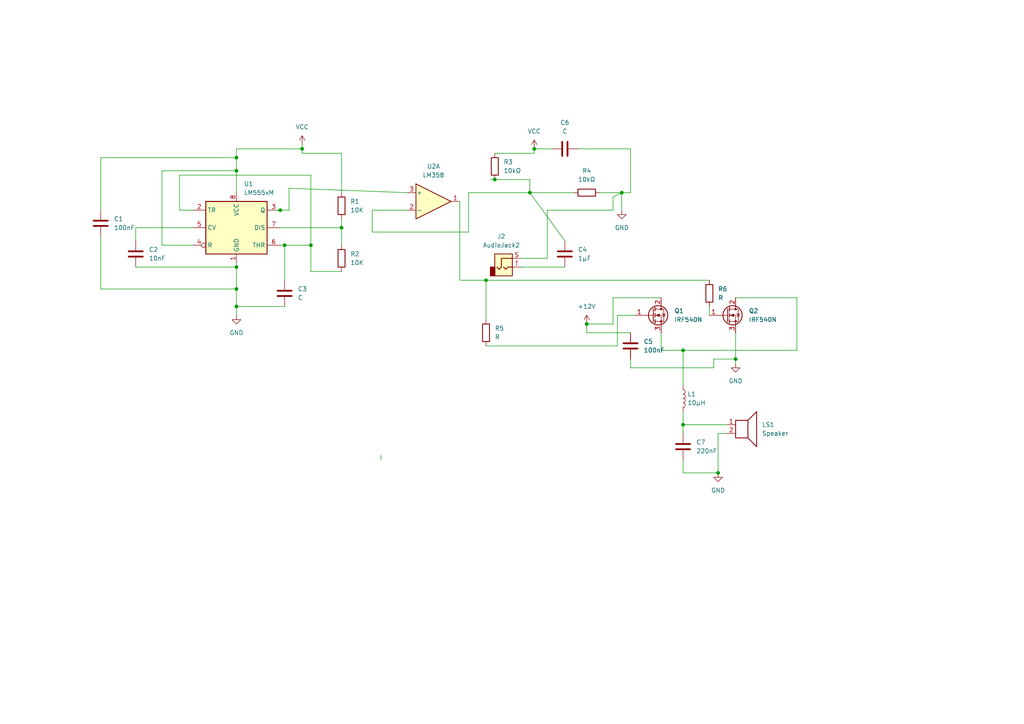
<source format=kicad_sch>
(kicad_sch
	(version 20250114)
	(generator "eeschema")
	(generator_version "9.0")
	(uuid "0775c8e2-c496-4d86-9d07-2649f3983753")
	(paper "A4")
	(lib_symbols
		(symbol "Amplifier_Operational:LM358"
			(pin_names
				(offset 0.127)
			)
			(exclude_from_sim no)
			(in_bom yes)
			(on_board yes)
			(property "Reference" "U"
				(at 0 5.08 0)
				(effects
					(font
						(size 1.27 1.27)
					)
					(justify left)
				)
			)
			(property "Value" "LM358"
				(at 0 -5.08 0)
				(effects
					(font
						(size 1.27 1.27)
					)
					(justify left)
				)
			)
			(property "Footprint" ""
				(at 0 0 0)
				(effects
					(font
						(size 1.27 1.27)
					)
					(hide yes)
				)
			)
			(property "Datasheet" "http://www.ti.com/lit/ds/symlink/lm2904-n.pdf"
				(at 0 0 0)
				(effects
					(font
						(size 1.27 1.27)
					)
					(hide yes)
				)
			)
			(property "Description" "Low-Power, Dual Operational Amplifiers, DIP-8/SOIC-8/TO-99-8"
				(at 0 0 0)
				(effects
					(font
						(size 1.27 1.27)
					)
					(hide yes)
				)
			)
			(property "ki_locked" ""
				(at 0 0 0)
				(effects
					(font
						(size 1.27 1.27)
					)
				)
			)
			(property "ki_keywords" "dual opamp"
				(at 0 0 0)
				(effects
					(font
						(size 1.27 1.27)
					)
					(hide yes)
				)
			)
			(property "ki_fp_filters" "SOIC*3.9x4.9mm*P1.27mm* DIP*W7.62mm* TO*99* OnSemi*Micro8* TSSOP*3x3mm*P0.65mm* TSSOP*4.4x3mm*P0.65mm* MSOP*3x3mm*P0.65mm* SSOP*3.9x4.9mm*P0.635mm* LFCSP*2x2mm*P0.5mm* *SIP* SOIC*5.3x6.2mm*P1.27mm*"
				(at 0 0 0)
				(effects
					(font
						(size 1.27 1.27)
					)
					(hide yes)
				)
			)
			(symbol "LM358_1_1"
				(polyline
					(pts
						(xy -5.08 5.08) (xy 5.08 0) (xy -5.08 -5.08) (xy -5.08 5.08)
					)
					(stroke
						(width 0.254)
						(type default)
					)
					(fill
						(type background)
					)
				)
				(pin input line
					(at -7.62 2.54 0)
					(length 2.54)
					(name "+"
						(effects
							(font
								(size 1.27 1.27)
							)
						)
					)
					(number "3"
						(effects
							(font
								(size 1.27 1.27)
							)
						)
					)
				)
				(pin input line
					(at -7.62 -2.54 0)
					(length 2.54)
					(name "-"
						(effects
							(font
								(size 1.27 1.27)
							)
						)
					)
					(number "2"
						(effects
							(font
								(size 1.27 1.27)
							)
						)
					)
				)
				(pin output line
					(at 7.62 0 180)
					(length 2.54)
					(name "~"
						(effects
							(font
								(size 1.27 1.27)
							)
						)
					)
					(number "1"
						(effects
							(font
								(size 1.27 1.27)
							)
						)
					)
				)
			)
			(symbol "LM358_2_1"
				(polyline
					(pts
						(xy -5.08 5.08) (xy 5.08 0) (xy -5.08 -5.08) (xy -5.08 5.08)
					)
					(stroke
						(width 0.254)
						(type default)
					)
					(fill
						(type background)
					)
				)
				(pin input line
					(at -7.62 2.54 0)
					(length 2.54)
					(name "+"
						(effects
							(font
								(size 1.27 1.27)
							)
						)
					)
					(number "5"
						(effects
							(font
								(size 1.27 1.27)
							)
						)
					)
				)
				(pin input line
					(at -7.62 -2.54 0)
					(length 2.54)
					(name "-"
						(effects
							(font
								(size 1.27 1.27)
							)
						)
					)
					(number "6"
						(effects
							(font
								(size 1.27 1.27)
							)
						)
					)
				)
				(pin output line
					(at 7.62 0 180)
					(length 2.54)
					(name "~"
						(effects
							(font
								(size 1.27 1.27)
							)
						)
					)
					(number "7"
						(effects
							(font
								(size 1.27 1.27)
							)
						)
					)
				)
			)
			(symbol "LM358_3_1"
				(pin power_in line
					(at -2.54 7.62 270)
					(length 3.81)
					(name "V+"
						(effects
							(font
								(size 1.27 1.27)
							)
						)
					)
					(number "8"
						(effects
							(font
								(size 1.27 1.27)
							)
						)
					)
				)
				(pin power_in line
					(at -2.54 -7.62 90)
					(length 3.81)
					(name "V-"
						(effects
							(font
								(size 1.27 1.27)
							)
						)
					)
					(number "4"
						(effects
							(font
								(size 1.27 1.27)
							)
						)
					)
				)
			)
			(embedded_fonts no)
		)
		(symbol "Connector_Audio:AudioJack2"
			(exclude_from_sim no)
			(in_bom yes)
			(on_board yes)
			(property "Reference" "J"
				(at 0 8.89 0)
				(effects
					(font
						(size 1.27 1.27)
					)
				)
			)
			(property "Value" "AudioJack2"
				(at 0 6.35 0)
				(effects
					(font
						(size 1.27 1.27)
					)
				)
			)
			(property "Footprint" ""
				(at 0 0 0)
				(effects
					(font
						(size 1.27 1.27)
					)
					(hide yes)
				)
			)
			(property "Datasheet" "~"
				(at 0 0 0)
				(effects
					(font
						(size 1.27 1.27)
					)
					(hide yes)
				)
			)
			(property "Description" "Audio Jack, 2 Poles (Mono / TS)"
				(at 0 0 0)
				(effects
					(font
						(size 1.27 1.27)
					)
					(hide yes)
				)
			)
			(property "ki_keywords" "audio jack receptacle mono phone headphone TS connector"
				(at 0 0 0)
				(effects
					(font
						(size 1.27 1.27)
					)
					(hide yes)
				)
			)
			(property "ki_fp_filters" "Jack*"
				(at 0 0 0)
				(effects
					(font
						(size 1.27 1.27)
					)
					(hide yes)
				)
			)
			(symbol "AudioJack2_0_1"
				(rectangle
					(start -3.81 0)
					(end -2.54 -2.54)
					(stroke
						(width 0.254)
						(type default)
					)
					(fill
						(type outline)
					)
				)
				(rectangle
					(start -2.54 3.81)
					(end 2.54 -2.54)
					(stroke
						(width 0.254)
						(type default)
					)
					(fill
						(type background)
					)
				)
				(polyline
					(pts
						(xy 0 0) (xy 0.635 -0.635) (xy 1.27 0) (xy 2.54 0)
					)
					(stroke
						(width 0.254)
						(type default)
					)
					(fill
						(type none)
					)
				)
				(polyline
					(pts
						(xy 2.54 2.54) (xy -0.635 2.54) (xy -0.635 0) (xy -1.27 -0.635) (xy -1.905 0)
					)
					(stroke
						(width 0.254)
						(type default)
					)
					(fill
						(type none)
					)
				)
			)
			(symbol "AudioJack2_1_1"
				(pin passive line
					(at 5.08 2.54 180)
					(length 2.54)
					(name "~"
						(effects
							(font
								(size 1.27 1.27)
							)
						)
					)
					(number "S"
						(effects
							(font
								(size 1.27 1.27)
							)
						)
					)
				)
				(pin passive line
					(at 5.08 0 180)
					(length 2.54)
					(name "~"
						(effects
							(font
								(size 1.27 1.27)
							)
						)
					)
					(number "T"
						(effects
							(font
								(size 1.27 1.27)
							)
						)
					)
				)
			)
			(embedded_fonts no)
		)
		(symbol "Device:C"
			(pin_numbers
				(hide yes)
			)
			(pin_names
				(offset 0.254)
			)
			(exclude_from_sim no)
			(in_bom yes)
			(on_board yes)
			(property "Reference" "C"
				(at 0.635 2.54 0)
				(effects
					(font
						(size 1.27 1.27)
					)
					(justify left)
				)
			)
			(property "Value" "C"
				(at 0.635 -2.54 0)
				(effects
					(font
						(size 1.27 1.27)
					)
					(justify left)
				)
			)
			(property "Footprint" ""
				(at 0.9652 -3.81 0)
				(effects
					(font
						(size 1.27 1.27)
					)
					(hide yes)
				)
			)
			(property "Datasheet" "~"
				(at 0 0 0)
				(effects
					(font
						(size 1.27 1.27)
					)
					(hide yes)
				)
			)
			(property "Description" "Unpolarized capacitor"
				(at 0 0 0)
				(effects
					(font
						(size 1.27 1.27)
					)
					(hide yes)
				)
			)
			(property "ki_keywords" "cap capacitor"
				(at 0 0 0)
				(effects
					(font
						(size 1.27 1.27)
					)
					(hide yes)
				)
			)
			(property "ki_fp_filters" "C_*"
				(at 0 0 0)
				(effects
					(font
						(size 1.27 1.27)
					)
					(hide yes)
				)
			)
			(symbol "C_0_1"
				(polyline
					(pts
						(xy -2.032 0.762) (xy 2.032 0.762)
					)
					(stroke
						(width 0.508)
						(type default)
					)
					(fill
						(type none)
					)
				)
				(polyline
					(pts
						(xy -2.032 -0.762) (xy 2.032 -0.762)
					)
					(stroke
						(width 0.508)
						(type default)
					)
					(fill
						(type none)
					)
				)
			)
			(symbol "C_1_1"
				(pin passive line
					(at 0 3.81 270)
					(length 2.794)
					(name "~"
						(effects
							(font
								(size 1.27 1.27)
							)
						)
					)
					(number "1"
						(effects
							(font
								(size 1.27 1.27)
							)
						)
					)
				)
				(pin passive line
					(at 0 -3.81 90)
					(length 2.794)
					(name "~"
						(effects
							(font
								(size 1.27 1.27)
							)
						)
					)
					(number "2"
						(effects
							(font
								(size 1.27 1.27)
							)
						)
					)
				)
			)
			(embedded_fonts no)
		)
		(symbol "Device:L"
			(pin_numbers
				(hide yes)
			)
			(pin_names
				(offset 1.016)
				(hide yes)
			)
			(exclude_from_sim no)
			(in_bom yes)
			(on_board yes)
			(property "Reference" "L"
				(at -1.27 0 90)
				(effects
					(font
						(size 1.27 1.27)
					)
				)
			)
			(property "Value" "L"
				(at 1.905 0 90)
				(effects
					(font
						(size 1.27 1.27)
					)
				)
			)
			(property "Footprint" ""
				(at 0 0 0)
				(effects
					(font
						(size 1.27 1.27)
					)
					(hide yes)
				)
			)
			(property "Datasheet" "~"
				(at 0 0 0)
				(effects
					(font
						(size 1.27 1.27)
					)
					(hide yes)
				)
			)
			(property "Description" "Inductor"
				(at 0 0 0)
				(effects
					(font
						(size 1.27 1.27)
					)
					(hide yes)
				)
			)
			(property "ki_keywords" "inductor choke coil reactor magnetic"
				(at 0 0 0)
				(effects
					(font
						(size 1.27 1.27)
					)
					(hide yes)
				)
			)
			(property "ki_fp_filters" "Choke_* *Coil* Inductor_* L_*"
				(at 0 0 0)
				(effects
					(font
						(size 1.27 1.27)
					)
					(hide yes)
				)
			)
			(symbol "L_0_1"
				(arc
					(start 0 2.54)
					(mid 0.6323 1.905)
					(end 0 1.27)
					(stroke
						(width 0)
						(type default)
					)
					(fill
						(type none)
					)
				)
				(arc
					(start 0 1.27)
					(mid 0.6323 0.635)
					(end 0 0)
					(stroke
						(width 0)
						(type default)
					)
					(fill
						(type none)
					)
				)
				(arc
					(start 0 0)
					(mid 0.6323 -0.635)
					(end 0 -1.27)
					(stroke
						(width 0)
						(type default)
					)
					(fill
						(type none)
					)
				)
				(arc
					(start 0 -1.27)
					(mid 0.6323 -1.905)
					(end 0 -2.54)
					(stroke
						(width 0)
						(type default)
					)
					(fill
						(type none)
					)
				)
			)
			(symbol "L_1_1"
				(pin passive line
					(at 0 3.81 270)
					(length 1.27)
					(name "1"
						(effects
							(font
								(size 1.27 1.27)
							)
						)
					)
					(number "1"
						(effects
							(font
								(size 1.27 1.27)
							)
						)
					)
				)
				(pin passive line
					(at 0 -3.81 90)
					(length 1.27)
					(name "2"
						(effects
							(font
								(size 1.27 1.27)
							)
						)
					)
					(number "2"
						(effects
							(font
								(size 1.27 1.27)
							)
						)
					)
				)
			)
			(embedded_fonts no)
		)
		(symbol "Device:R"
			(pin_numbers
				(hide yes)
			)
			(pin_names
				(offset 0)
			)
			(exclude_from_sim no)
			(in_bom yes)
			(on_board yes)
			(property "Reference" "R"
				(at 2.032 0 90)
				(effects
					(font
						(size 1.27 1.27)
					)
				)
			)
			(property "Value" "R"
				(at 0 0 90)
				(effects
					(font
						(size 1.27 1.27)
					)
				)
			)
			(property "Footprint" ""
				(at -1.778 0 90)
				(effects
					(font
						(size 1.27 1.27)
					)
					(hide yes)
				)
			)
			(property "Datasheet" "~"
				(at 0 0 0)
				(effects
					(font
						(size 1.27 1.27)
					)
					(hide yes)
				)
			)
			(property "Description" "Resistor"
				(at 0 0 0)
				(effects
					(font
						(size 1.27 1.27)
					)
					(hide yes)
				)
			)
			(property "ki_keywords" "R res resistor"
				(at 0 0 0)
				(effects
					(font
						(size 1.27 1.27)
					)
					(hide yes)
				)
			)
			(property "ki_fp_filters" "R_*"
				(at 0 0 0)
				(effects
					(font
						(size 1.27 1.27)
					)
					(hide yes)
				)
			)
			(symbol "R_0_1"
				(rectangle
					(start -1.016 -2.54)
					(end 1.016 2.54)
					(stroke
						(width 0.254)
						(type default)
					)
					(fill
						(type none)
					)
				)
			)
			(symbol "R_1_1"
				(pin passive line
					(at 0 3.81 270)
					(length 1.27)
					(name "~"
						(effects
							(font
								(size 1.27 1.27)
							)
						)
					)
					(number "1"
						(effects
							(font
								(size 1.27 1.27)
							)
						)
					)
				)
				(pin passive line
					(at 0 -3.81 90)
					(length 1.27)
					(name "~"
						(effects
							(font
								(size 1.27 1.27)
							)
						)
					)
					(number "2"
						(effects
							(font
								(size 1.27 1.27)
							)
						)
					)
				)
			)
			(embedded_fonts no)
		)
		(symbol "Device:Speaker"
			(pin_names
				(offset 0)
				(hide yes)
			)
			(exclude_from_sim no)
			(in_bom yes)
			(on_board yes)
			(property "Reference" "LS"
				(at 1.27 5.715 0)
				(effects
					(font
						(size 1.27 1.27)
					)
					(justify right)
				)
			)
			(property "Value" "Speaker"
				(at 1.27 3.81 0)
				(effects
					(font
						(size 1.27 1.27)
					)
					(justify right)
				)
			)
			(property "Footprint" ""
				(at 0 -5.08 0)
				(effects
					(font
						(size 1.27 1.27)
					)
					(hide yes)
				)
			)
			(property "Datasheet" "~"
				(at -0.254 -1.27 0)
				(effects
					(font
						(size 1.27 1.27)
					)
					(hide yes)
				)
			)
			(property "Description" "Speaker"
				(at 0 0 0)
				(effects
					(font
						(size 1.27 1.27)
					)
					(hide yes)
				)
			)
			(property "ki_keywords" "speaker sound"
				(at 0 0 0)
				(effects
					(font
						(size 1.27 1.27)
					)
					(hide yes)
				)
			)
			(symbol "Speaker_0_0"
				(rectangle
					(start -2.54 1.27)
					(end 1.016 -3.81)
					(stroke
						(width 0.254)
						(type default)
					)
					(fill
						(type none)
					)
				)
				(polyline
					(pts
						(xy 1.016 1.27) (xy 3.556 3.81) (xy 3.556 -6.35) (xy 1.016 -3.81)
					)
					(stroke
						(width 0.254)
						(type default)
					)
					(fill
						(type none)
					)
				)
			)
			(symbol "Speaker_1_1"
				(pin input line
					(at -5.08 0 0)
					(length 2.54)
					(name "1"
						(effects
							(font
								(size 1.27 1.27)
							)
						)
					)
					(number "1"
						(effects
							(font
								(size 1.27 1.27)
							)
						)
					)
				)
				(pin input line
					(at -5.08 -2.54 0)
					(length 2.54)
					(name "2"
						(effects
							(font
								(size 1.27 1.27)
							)
						)
					)
					(number "2"
						(effects
							(font
								(size 1.27 1.27)
							)
						)
					)
				)
			)
			(embedded_fonts no)
		)
		(symbol "Timer:LM555xM"
			(exclude_from_sim no)
			(in_bom yes)
			(on_board yes)
			(property "Reference" "U"
				(at -10.16 8.89 0)
				(effects
					(font
						(size 1.27 1.27)
					)
					(justify left)
				)
			)
			(property "Value" "LM555xM"
				(at 2.54 8.89 0)
				(effects
					(font
						(size 1.27 1.27)
					)
					(justify left)
				)
			)
			(property "Footprint" "Package_SO:SOIC-8_3.9x4.9mm_P1.27mm"
				(at 21.59 -10.16 0)
				(effects
					(font
						(size 1.27 1.27)
					)
					(hide yes)
				)
			)
			(property "Datasheet" "http://www.ti.com/lit/ds/symlink/lm555.pdf"
				(at 21.59 -10.16 0)
				(effects
					(font
						(size 1.27 1.27)
					)
					(hide yes)
				)
			)
			(property "Description" "Timer, 555 compatible, SOIC-8"
				(at 0 0 0)
				(effects
					(font
						(size 1.27 1.27)
					)
					(hide yes)
				)
			)
			(property "ki_keywords" "single timer 555"
				(at 0 0 0)
				(effects
					(font
						(size 1.27 1.27)
					)
					(hide yes)
				)
			)
			(property "ki_fp_filters" "SOIC*3.9x4.9mm*P1.27mm*"
				(at 0 0 0)
				(effects
					(font
						(size 1.27 1.27)
					)
					(hide yes)
				)
			)
			(symbol "LM555xM_0_0"
				(pin power_in line
					(at 0 10.16 270)
					(length 2.54)
					(name "VCC"
						(effects
							(font
								(size 1.27 1.27)
							)
						)
					)
					(number "8"
						(effects
							(font
								(size 1.27 1.27)
							)
						)
					)
				)
				(pin power_in line
					(at 0 -10.16 90)
					(length 2.54)
					(name "GND"
						(effects
							(font
								(size 1.27 1.27)
							)
						)
					)
					(number "1"
						(effects
							(font
								(size 1.27 1.27)
							)
						)
					)
				)
			)
			(symbol "LM555xM_0_1"
				(rectangle
					(start -8.89 -7.62)
					(end 8.89 7.62)
					(stroke
						(width 0.254)
						(type default)
					)
					(fill
						(type background)
					)
				)
				(rectangle
					(start -8.89 -7.62)
					(end 8.89 7.62)
					(stroke
						(width 0.254)
						(type default)
					)
					(fill
						(type background)
					)
				)
			)
			(symbol "LM555xM_1_1"
				(pin input line
					(at -12.7 5.08 0)
					(length 3.81)
					(name "TR"
						(effects
							(font
								(size 1.27 1.27)
							)
						)
					)
					(number "2"
						(effects
							(font
								(size 1.27 1.27)
							)
						)
					)
				)
				(pin input line
					(at -12.7 0 0)
					(length 3.81)
					(name "CV"
						(effects
							(font
								(size 1.27 1.27)
							)
						)
					)
					(number "5"
						(effects
							(font
								(size 1.27 1.27)
							)
						)
					)
				)
				(pin input inverted
					(at -12.7 -5.08 0)
					(length 3.81)
					(name "R"
						(effects
							(font
								(size 1.27 1.27)
							)
						)
					)
					(number "4"
						(effects
							(font
								(size 1.27 1.27)
							)
						)
					)
				)
				(pin output line
					(at 12.7 5.08 180)
					(length 3.81)
					(name "Q"
						(effects
							(font
								(size 1.27 1.27)
							)
						)
					)
					(number "3"
						(effects
							(font
								(size 1.27 1.27)
							)
						)
					)
				)
				(pin input line
					(at 12.7 0 180)
					(length 3.81)
					(name "DIS"
						(effects
							(font
								(size 1.27 1.27)
							)
						)
					)
					(number "7"
						(effects
							(font
								(size 1.27 1.27)
							)
						)
					)
				)
				(pin input line
					(at 12.7 -5.08 180)
					(length 3.81)
					(name "THR"
						(effects
							(font
								(size 1.27 1.27)
							)
						)
					)
					(number "6"
						(effects
							(font
								(size 1.27 1.27)
							)
						)
					)
				)
			)
			(embedded_fonts no)
		)
		(symbol "Transistor_FET:IRF540N"
			(pin_names
				(hide yes)
			)
			(exclude_from_sim no)
			(in_bom yes)
			(on_board yes)
			(property "Reference" "Q"
				(at 5.08 1.905 0)
				(effects
					(font
						(size 1.27 1.27)
					)
					(justify left)
				)
			)
			(property "Value" "IRF540N"
				(at 5.08 0 0)
				(effects
					(font
						(size 1.27 1.27)
					)
					(justify left)
				)
			)
			(property "Footprint" "Package_TO_SOT_THT:TO-220-3_Vertical"
				(at 5.08 -1.905 0)
				(effects
					(font
						(size 1.27 1.27)
						(italic yes)
					)
					(justify left)
					(hide yes)
				)
			)
			(property "Datasheet" "http://www.irf.com/product-info/datasheets/data/irf540n.pdf"
				(at 5.08 -3.81 0)
				(effects
					(font
						(size 1.27 1.27)
					)
					(justify left)
					(hide yes)
				)
			)
			(property "Description" "33A Id, 100V Vds, HEXFET N-Channel MOSFET, TO-220"
				(at 0 0 0)
				(effects
					(font
						(size 1.27 1.27)
					)
					(hide yes)
				)
			)
			(property "ki_keywords" "HEXFET N-Channel MOSFET"
				(at 0 0 0)
				(effects
					(font
						(size 1.27 1.27)
					)
					(hide yes)
				)
			)
			(property "ki_fp_filters" "TO?220*"
				(at 0 0 0)
				(effects
					(font
						(size 1.27 1.27)
					)
					(hide yes)
				)
			)
			(symbol "IRF540N_0_1"
				(polyline
					(pts
						(xy 0.254 1.905) (xy 0.254 -1.905)
					)
					(stroke
						(width 0.254)
						(type default)
					)
					(fill
						(type none)
					)
				)
				(polyline
					(pts
						(xy 0.254 0) (xy -2.54 0)
					)
					(stroke
						(width 0)
						(type default)
					)
					(fill
						(type none)
					)
				)
				(polyline
					(pts
						(xy 0.762 2.286) (xy 0.762 1.27)
					)
					(stroke
						(width 0.254)
						(type default)
					)
					(fill
						(type none)
					)
				)
				(polyline
					(pts
						(xy 0.762 0.508) (xy 0.762 -0.508)
					)
					(stroke
						(width 0.254)
						(type default)
					)
					(fill
						(type none)
					)
				)
				(polyline
					(pts
						(xy 0.762 -1.27) (xy 0.762 -2.286)
					)
					(stroke
						(width 0.254)
						(type default)
					)
					(fill
						(type none)
					)
				)
				(polyline
					(pts
						(xy 0.762 -1.778) (xy 3.302 -1.778) (xy 3.302 1.778) (xy 0.762 1.778)
					)
					(stroke
						(width 0)
						(type default)
					)
					(fill
						(type none)
					)
				)
				(polyline
					(pts
						(xy 1.016 0) (xy 2.032 0.381) (xy 2.032 -0.381) (xy 1.016 0)
					)
					(stroke
						(width 0)
						(type default)
					)
					(fill
						(type outline)
					)
				)
				(circle
					(center 1.651 0)
					(radius 2.794)
					(stroke
						(width 0.254)
						(type default)
					)
					(fill
						(type none)
					)
				)
				(polyline
					(pts
						(xy 2.54 2.54) (xy 2.54 1.778)
					)
					(stroke
						(width 0)
						(type default)
					)
					(fill
						(type none)
					)
				)
				(circle
					(center 2.54 1.778)
					(radius 0.254)
					(stroke
						(width 0)
						(type default)
					)
					(fill
						(type outline)
					)
				)
				(circle
					(center 2.54 -1.778)
					(radius 0.254)
					(stroke
						(width 0)
						(type default)
					)
					(fill
						(type outline)
					)
				)
				(polyline
					(pts
						(xy 2.54 -2.54) (xy 2.54 0) (xy 0.762 0)
					)
					(stroke
						(width 0)
						(type default)
					)
					(fill
						(type none)
					)
				)
				(polyline
					(pts
						(xy 2.794 0.508) (xy 2.921 0.381) (xy 3.683 0.381) (xy 3.81 0.254)
					)
					(stroke
						(width 0)
						(type default)
					)
					(fill
						(type none)
					)
				)
				(polyline
					(pts
						(xy 3.302 0.381) (xy 2.921 -0.254) (xy 3.683 -0.254) (xy 3.302 0.381)
					)
					(stroke
						(width 0)
						(type default)
					)
					(fill
						(type none)
					)
				)
			)
			(symbol "IRF540N_1_1"
				(pin input line
					(at -5.08 0 0)
					(length 2.54)
					(name "G"
						(effects
							(font
								(size 1.27 1.27)
							)
						)
					)
					(number "1"
						(effects
							(font
								(size 1.27 1.27)
							)
						)
					)
				)
				(pin passive line
					(at 2.54 5.08 270)
					(length 2.54)
					(name "D"
						(effects
							(font
								(size 1.27 1.27)
							)
						)
					)
					(number "2"
						(effects
							(font
								(size 1.27 1.27)
							)
						)
					)
				)
				(pin passive line
					(at 2.54 -5.08 90)
					(length 2.54)
					(name "S"
						(effects
							(font
								(size 1.27 1.27)
							)
						)
					)
					(number "3"
						(effects
							(font
								(size 1.27 1.27)
							)
						)
					)
				)
			)
			(embedded_fonts no)
		)
		(symbol "power:+12V"
			(power)
			(pin_numbers
				(hide yes)
			)
			(pin_names
				(offset 0)
				(hide yes)
			)
			(exclude_from_sim no)
			(in_bom yes)
			(on_board yes)
			(property "Reference" "#PWR"
				(at 0 -3.81 0)
				(effects
					(font
						(size 1.27 1.27)
					)
					(hide yes)
				)
			)
			(property "Value" "+12V"
				(at 0 3.556 0)
				(effects
					(font
						(size 1.27 1.27)
					)
				)
			)
			(property "Footprint" ""
				(at 0 0 0)
				(effects
					(font
						(size 1.27 1.27)
					)
					(hide yes)
				)
			)
			(property "Datasheet" ""
				(at 0 0 0)
				(effects
					(font
						(size 1.27 1.27)
					)
					(hide yes)
				)
			)
			(property "Description" "Power symbol creates a global label with name \"+12V\""
				(at 0 0 0)
				(effects
					(font
						(size 1.27 1.27)
					)
					(hide yes)
				)
			)
			(property "ki_keywords" "global power"
				(at 0 0 0)
				(effects
					(font
						(size 1.27 1.27)
					)
					(hide yes)
				)
			)
			(symbol "+12V_0_1"
				(polyline
					(pts
						(xy -0.762 1.27) (xy 0 2.54)
					)
					(stroke
						(width 0)
						(type default)
					)
					(fill
						(type none)
					)
				)
				(polyline
					(pts
						(xy 0 2.54) (xy 0.762 1.27)
					)
					(stroke
						(width 0)
						(type default)
					)
					(fill
						(type none)
					)
				)
				(polyline
					(pts
						(xy 0 0) (xy 0 2.54)
					)
					(stroke
						(width 0)
						(type default)
					)
					(fill
						(type none)
					)
				)
			)
			(symbol "+12V_1_1"
				(pin power_in line
					(at 0 0 90)
					(length 0)
					(name "~"
						(effects
							(font
								(size 1.27 1.27)
							)
						)
					)
					(number "1"
						(effects
							(font
								(size 1.27 1.27)
							)
						)
					)
				)
			)
			(embedded_fonts no)
		)
		(symbol "power:GND"
			(power)
			(pin_numbers
				(hide yes)
			)
			(pin_names
				(offset 0)
				(hide yes)
			)
			(exclude_from_sim no)
			(in_bom yes)
			(on_board yes)
			(property "Reference" "#PWR"
				(at 0 -6.35 0)
				(effects
					(font
						(size 1.27 1.27)
					)
					(hide yes)
				)
			)
			(property "Value" "GND"
				(at 0 -3.81 0)
				(effects
					(font
						(size 1.27 1.27)
					)
				)
			)
			(property "Footprint" ""
				(at 0 0 0)
				(effects
					(font
						(size 1.27 1.27)
					)
					(hide yes)
				)
			)
			(property "Datasheet" ""
				(at 0 0 0)
				(effects
					(font
						(size 1.27 1.27)
					)
					(hide yes)
				)
			)
			(property "Description" "Power symbol creates a global label with name \"GND\" , ground"
				(at 0 0 0)
				(effects
					(font
						(size 1.27 1.27)
					)
					(hide yes)
				)
			)
			(property "ki_keywords" "global power"
				(at 0 0 0)
				(effects
					(font
						(size 1.27 1.27)
					)
					(hide yes)
				)
			)
			(symbol "GND_0_1"
				(polyline
					(pts
						(xy 0 0) (xy 0 -1.27) (xy 1.27 -1.27) (xy 0 -2.54) (xy -1.27 -1.27) (xy 0 -1.27)
					)
					(stroke
						(width 0)
						(type default)
					)
					(fill
						(type none)
					)
				)
			)
			(symbol "GND_1_1"
				(pin power_in line
					(at 0 0 270)
					(length 0)
					(name "~"
						(effects
							(font
								(size 1.27 1.27)
							)
						)
					)
					(number "1"
						(effects
							(font
								(size 1.27 1.27)
							)
						)
					)
				)
			)
			(embedded_fonts no)
		)
		(symbol "power:VCC"
			(power)
			(pin_numbers
				(hide yes)
			)
			(pin_names
				(offset 0)
				(hide yes)
			)
			(exclude_from_sim no)
			(in_bom yes)
			(on_board yes)
			(property "Reference" "#PWR"
				(at 0 -3.81 0)
				(effects
					(font
						(size 1.27 1.27)
					)
					(hide yes)
				)
			)
			(property "Value" "VCC"
				(at 0 3.556 0)
				(effects
					(font
						(size 1.27 1.27)
					)
				)
			)
			(property "Footprint" ""
				(at 0 0 0)
				(effects
					(font
						(size 1.27 1.27)
					)
					(hide yes)
				)
			)
			(property "Datasheet" ""
				(at 0 0 0)
				(effects
					(font
						(size 1.27 1.27)
					)
					(hide yes)
				)
			)
			(property "Description" "Power symbol creates a global label with name \"VCC\""
				(at 0 0 0)
				(effects
					(font
						(size 1.27 1.27)
					)
					(hide yes)
				)
			)
			(property "ki_keywords" "global power"
				(at 0 0 0)
				(effects
					(font
						(size 1.27 1.27)
					)
					(hide yes)
				)
			)
			(symbol "VCC_0_1"
				(polyline
					(pts
						(xy -0.762 1.27) (xy 0 2.54)
					)
					(stroke
						(width 0)
						(type default)
					)
					(fill
						(type none)
					)
				)
				(polyline
					(pts
						(xy 0 2.54) (xy 0.762 1.27)
					)
					(stroke
						(width 0)
						(type default)
					)
					(fill
						(type none)
					)
				)
				(polyline
					(pts
						(xy 0 0) (xy 0 2.54)
					)
					(stroke
						(width 0)
						(type default)
					)
					(fill
						(type none)
					)
				)
			)
			(symbol "VCC_1_1"
				(pin power_in line
					(at 0 0 90)
					(length 0)
					(name "~"
						(effects
							(font
								(size 1.27 1.27)
							)
						)
					)
					(number "1"
						(effects
							(font
								(size 1.27 1.27)
							)
						)
					)
				)
			)
			(embedded_fonts no)
		)
	)
	(junction
		(at 143.51 52.07)
		(diameter 0)
		(color 0 0 0 0)
		(uuid "2313627c-f7c1-4924-b245-71a06b0a9eda")
	)
	(junction
		(at 68.58 83.82)
		(diameter 0)
		(color 0 0 0 0)
		(uuid "2eaa43a8-9f68-4052-8fc4-d9351cba9742")
	)
	(junction
		(at 82.55 71.12)
		(diameter 0)
		(color 0 0 0 0)
		(uuid "35abdddb-58ef-4954-b34c-fa14825d7e76")
	)
	(junction
		(at 208.28 137.16)
		(diameter 0)
		(color 0 0 0 0)
		(uuid "35def586-ecb6-486e-864e-1c52698d6b0c")
	)
	(junction
		(at 198.12 123.19)
		(diameter 0)
		(color 0 0 0 0)
		(uuid "35e813cc-36a5-47d7-80ee-061971b45374")
	)
	(junction
		(at 153.67 55.88)
		(diameter 0)
		(color 0 0 0 0)
		(uuid "3a13a1cb-f56d-4620-a948-bb8858a2a7f9")
	)
	(junction
		(at 140.97 81.28)
		(diameter 0)
		(color 0 0 0 0)
		(uuid "4bceeb14-f30f-4e5f-af4e-55b8e56ee43c")
	)
	(junction
		(at 68.58 49.53)
		(diameter 0)
		(color 0 0 0 0)
		(uuid "55cd6df3-9030-462c-98d9-cfcc8f15075e")
	)
	(junction
		(at 170.18 93.98)
		(diameter 0)
		(color 0 0 0 0)
		(uuid "57bf645c-35cd-4300-a8d1-bac701211215")
	)
	(junction
		(at 198.12 101.6)
		(diameter 0)
		(color 0 0 0 0)
		(uuid "5a0c0353-ef23-448e-b84f-7152450b9fe2")
	)
	(junction
		(at 68.58 45.72)
		(diameter 0)
		(color 0 0 0 0)
		(uuid "6cf20d9a-cf70-4ad5-bdc4-702cc2525535")
	)
	(junction
		(at 99.06 66.04)
		(diameter 0)
		(color 0 0 0 0)
		(uuid "93e8b293-bdf1-45e0-8c55-657000cfd5c6")
	)
	(junction
		(at 68.58 77.47)
		(diameter 0)
		(color 0 0 0 0)
		(uuid "97119876-0feb-4a5f-be63-7df35d712c4c")
	)
	(junction
		(at 68.58 88.9)
		(diameter 0)
		(color 0 0 0 0)
		(uuid "99b4617a-a0f1-48d0-8609-296b3906270a")
	)
	(junction
		(at 81.28 60.96)
		(diameter 0)
		(color 0 0 0 0)
		(uuid "a685340a-4951-429a-9c41-1b66d6e9a0bd")
	)
	(junction
		(at 213.36 104.14)
		(diameter 0)
		(color 0 0 0 0)
		(uuid "ce982cf3-fbf8-48f0-b8c2-607f18b3d677")
	)
	(junction
		(at 180.34 55.88)
		(diameter 0)
		(color 0 0 0 0)
		(uuid "de0295e7-08ea-4a97-ac56-e8341fdc7ef9")
	)
	(junction
		(at 87.63 43.18)
		(diameter 0)
		(color 0 0 0 0)
		(uuid "e815370e-1345-43b5-9336-a784b220f96c")
	)
	(junction
		(at 90.17 71.12)
		(diameter 0)
		(color 0 0 0 0)
		(uuid "f2f96eed-4405-4e67-b900-e2f75e7ccc71")
	)
	(junction
		(at 154.94 43.18)
		(diameter 0)
		(color 0 0 0 0)
		(uuid "f91d6ea1-14fe-4176-befa-cf26e67e2922")
	)
	(wire
		(pts
			(xy 213.36 104.14) (xy 213.36 105.41)
		)
		(stroke
			(width 0)
			(type default)
		)
		(uuid "014b3474-1116-4828-8455-d28430a2ab22")
	)
	(wire
		(pts
			(xy 198.12 137.16) (xy 208.28 137.16)
		)
		(stroke
			(width 0)
			(type default)
		)
		(uuid "04fb172b-9c43-467e-be3b-9d7d586f9da4")
	)
	(wire
		(pts
			(xy 177.8 57.15) (xy 180.34 55.88)
		)
		(stroke
			(width 0)
			(type default)
		)
		(uuid "05624e7b-dce7-42dc-b7b9-8a890726e7db")
	)
	(wire
		(pts
			(xy 55.88 71.12) (xy 46.99 71.12)
		)
		(stroke
			(width 0)
			(type default)
		)
		(uuid "10be4023-b1d1-452f-9896-00baba80fece")
	)
	(wire
		(pts
			(xy 68.58 77.47) (xy 68.58 83.82)
		)
		(stroke
			(width 0)
			(type default)
		)
		(uuid "120b8216-58c1-4ca5-b528-dc0e37c3efd4")
	)
	(wire
		(pts
			(xy 29.21 83.82) (xy 68.58 83.82)
		)
		(stroke
			(width 0)
			(type default)
		)
		(uuid "14b951b8-cc32-4999-ac1e-fab40f1d6330")
	)
	(wire
		(pts
			(xy 198.12 133.35) (xy 198.12 137.16)
		)
		(stroke
			(width 0)
			(type default)
		)
		(uuid "161639df-d5e2-49aa-b13d-f967ba7cafb3")
	)
	(wire
		(pts
			(xy 99.06 71.12) (xy 99.06 66.04)
		)
		(stroke
			(width 0)
			(type default)
		)
		(uuid "17f295c9-f2a2-48e5-ab0b-42e0bec1f2b7")
	)
	(wire
		(pts
			(xy 107.95 67.31) (xy 135.89 67.31)
		)
		(stroke
			(width 0)
			(type default)
		)
		(uuid "1e36f2ee-dce8-429d-9d0d-22ad8000394b")
	)
	(wire
		(pts
			(xy 87.63 43.18) (xy 87.63 41.91)
		)
		(stroke
			(width 0)
			(type default)
		)
		(uuid "1ed600ec-8997-468a-9e8a-ad4fd79cca04")
	)
	(wire
		(pts
			(xy 99.06 44.45) (xy 87.63 44.45)
		)
		(stroke
			(width 0)
			(type default)
		)
		(uuid "2178b312-6d7d-4260-9b91-d980c2df94cc")
	)
	(wire
		(pts
			(xy 158.75 60.96) (xy 177.8 60.96)
		)
		(stroke
			(width 0)
			(type default)
		)
		(uuid "2211d79f-ee21-4e57-b013-0af67941cbfc")
	)
	(wire
		(pts
			(xy 153.67 55.88) (xy 163.83 69.85)
		)
		(stroke
			(width 0)
			(type default)
		)
		(uuid "229339b7-5488-4694-ab3e-60c2802e4d2f")
	)
	(wire
		(pts
			(xy 191.77 101.6) (xy 198.12 101.6)
		)
		(stroke
			(width 0)
			(type default)
		)
		(uuid "23b207c8-b10e-42cd-9679-baf780aba71a")
	)
	(wire
		(pts
			(xy 177.8 93.98) (xy 170.18 93.98)
		)
		(stroke
			(width 0)
			(type default)
		)
		(uuid "260ce98f-17e9-43cd-8390-bc70858918b9")
	)
	(wire
		(pts
			(xy 180.34 55.88) (xy 182.88 55.88)
		)
		(stroke
			(width 0)
			(type default)
		)
		(uuid "26ad2edd-b8a7-4994-8e38-accd440e1549")
	)
	(wire
		(pts
			(xy 68.58 43.18) (xy 87.63 43.18)
		)
		(stroke
			(width 0)
			(type default)
		)
		(uuid "2f05f8a2-4483-49ff-a3c2-b8bf83db528a")
	)
	(wire
		(pts
			(xy 166.37 55.88) (xy 153.67 55.88)
		)
		(stroke
			(width 0)
			(type default)
		)
		(uuid "2f1210ae-a8c7-4dc2-90c0-152120bf9e5f")
	)
	(wire
		(pts
			(xy 68.58 88.9) (xy 68.58 91.44)
		)
		(stroke
			(width 0)
			(type default)
		)
		(uuid "2f8796d8-873d-4a1d-90c8-731719739325")
	)
	(wire
		(pts
			(xy 68.58 49.53) (xy 68.58 55.88)
		)
		(stroke
			(width 0)
			(type default)
		)
		(uuid "33fc1de7-dc47-479e-a5fb-3e8b463e9d88")
	)
	(wire
		(pts
			(xy 83.82 54.61) (xy 118.11 55.88)
		)
		(stroke
			(width 0)
			(type default)
		)
		(uuid "3625d7a9-3cdc-4ac7-bbe7-c66983316eb5")
	)
	(wire
		(pts
			(xy 110.49 133.35) (xy 110.49 132.08)
		)
		(stroke
			(width 0)
			(type default)
		)
		(uuid "3712befb-e6b7-4dbf-a555-b294f0e261e8")
	)
	(wire
		(pts
			(xy 213.36 96.52) (xy 213.36 104.14)
		)
		(stroke
			(width 0)
			(type default)
		)
		(uuid "3797a19e-5497-4120-b590-0711efb8cb3c")
	)
	(wire
		(pts
			(xy 154.94 44.45) (xy 154.94 43.18)
		)
		(stroke
			(width 0)
			(type default)
		)
		(uuid "3a85f76d-a72e-445c-840e-9c00a29fa72d")
	)
	(wire
		(pts
			(xy 82.55 81.28) (xy 82.55 71.12)
		)
		(stroke
			(width 0)
			(type default)
		)
		(uuid "41a43a79-b11f-46ed-bded-a8d95b9099b7")
	)
	(wire
		(pts
			(xy 83.82 54.61) (xy 83.82 60.96)
		)
		(stroke
			(width 0)
			(type default)
		)
		(uuid "41e0a670-70b1-40a8-aecf-93fd33c28b67")
	)
	(wire
		(pts
			(xy 68.58 43.18) (xy 68.58 45.72)
		)
		(stroke
			(width 0)
			(type default)
		)
		(uuid "44d0e596-d013-4832-95ca-957babb75e15")
	)
	(wire
		(pts
			(xy 142.24 52.07) (xy 143.51 52.07)
		)
		(stroke
			(width 0)
			(type default)
		)
		(uuid "44e3718a-0061-4fdc-bb4e-f794df52adc1")
	)
	(wire
		(pts
			(xy 179.07 100.33) (xy 179.07 91.44)
		)
		(stroke
			(width 0)
			(type default)
		)
		(uuid "45d12df3-d4f8-416f-8e72-c5695dc0c91e")
	)
	(wire
		(pts
			(xy 46.99 49.53) (xy 68.58 49.53)
		)
		(stroke
			(width 0)
			(type default)
		)
		(uuid "47059ec9-26cc-4b1f-9281-dfcefd35df77")
	)
	(wire
		(pts
			(xy 177.8 60.96) (xy 177.8 57.15)
		)
		(stroke
			(width 0)
			(type default)
		)
		(uuid "48413357-b0e7-45d1-8eab-234a6e89099c")
	)
	(wire
		(pts
			(xy 198.12 111.76) (xy 198.12 101.6)
		)
		(stroke
			(width 0)
			(type default)
		)
		(uuid "4aa13a67-7f13-4455-a735-29b0a89b91f3")
	)
	(wire
		(pts
			(xy 87.63 44.45) (xy 87.63 43.18)
		)
		(stroke
			(width 0)
			(type default)
		)
		(uuid "4cdbd745-9125-4661-abed-22edb84c078e")
	)
	(wire
		(pts
			(xy 170.18 96.52) (xy 170.18 93.98)
		)
		(stroke
			(width 0)
			(type default)
		)
		(uuid "4ce90ca6-9f01-470b-abe3-06578c343725")
	)
	(wire
		(pts
			(xy 80.01 60.96) (xy 81.28 60.96)
		)
		(stroke
			(width 0)
			(type default)
		)
		(uuid "4ed46f7f-0443-4717-922c-71a0508da7d8")
	)
	(wire
		(pts
			(xy 180.34 60.96) (xy 180.34 55.88)
		)
		(stroke
			(width 0)
			(type default)
		)
		(uuid "50f67ab3-00e3-46a6-8b40-4b80f4804a21")
	)
	(wire
		(pts
			(xy 198.12 123.19) (xy 198.12 119.38)
		)
		(stroke
			(width 0)
			(type default)
		)
		(uuid "57c88a84-d428-466a-a599-d6e301bfc94e")
	)
	(wire
		(pts
			(xy 68.58 83.82) (xy 68.58 88.9)
		)
		(stroke
			(width 0)
			(type default)
		)
		(uuid "5a0c3c20-07a6-4dea-a9b5-1715e4452608")
	)
	(wire
		(pts
			(xy 90.17 71.12) (xy 82.55 71.12)
		)
		(stroke
			(width 0)
			(type default)
		)
		(uuid "64d120b6-f81b-4330-b0c2-bad55c81f731")
	)
	(wire
		(pts
			(xy 29.21 45.72) (xy 68.58 45.72)
		)
		(stroke
			(width 0)
			(type default)
		)
		(uuid "69ec000c-d32b-4464-98d0-73735d155f79")
	)
	(wire
		(pts
			(xy 179.07 91.44) (xy 184.15 91.44)
		)
		(stroke
			(width 0)
			(type default)
		)
		(uuid "6afcda8f-4c41-47fc-89f9-fe001f7bc55c")
	)
	(wire
		(pts
			(xy 29.21 60.96) (xy 29.21 45.72)
		)
		(stroke
			(width 0)
			(type default)
		)
		(uuid "6cac9b4f-4206-4cbe-ac23-daf6d9070ab4")
	)
	(wire
		(pts
			(xy 167.64 43.18) (xy 182.88 43.18)
		)
		(stroke
			(width 0)
			(type default)
		)
		(uuid "6cfe35e8-fbde-471a-ac55-617e2911acc8")
	)
	(wire
		(pts
			(xy 81.28 60.96) (xy 83.82 60.96)
		)
		(stroke
			(width 0)
			(type default)
		)
		(uuid "6ee95dd4-7639-4b21-9a22-9532f5c87d98")
	)
	(wire
		(pts
			(xy 231.14 86.36) (xy 231.14 101.6)
		)
		(stroke
			(width 0)
			(type default)
		)
		(uuid "6efaf49f-160a-40ce-bf15-cee1f3ecb867")
	)
	(wire
		(pts
			(xy 182.88 96.52) (xy 170.18 96.52)
		)
		(stroke
			(width 0)
			(type default)
		)
		(uuid "7299e708-f65c-426a-a4b8-5e099ed8d096")
	)
	(wire
		(pts
			(xy 68.58 76.2) (xy 68.58 77.47)
		)
		(stroke
			(width 0)
			(type default)
		)
		(uuid "741f52c6-2c69-4e2f-95a0-936b217c8741")
	)
	(wire
		(pts
			(xy 173.99 55.88) (xy 180.34 55.88)
		)
		(stroke
			(width 0)
			(type default)
		)
		(uuid "796ecd64-741e-4155-b6ee-b5dae8e36e14")
	)
	(wire
		(pts
			(xy 140.97 100.33) (xy 179.07 100.33)
		)
		(stroke
			(width 0)
			(type default)
		)
		(uuid "79b0dd3d-9898-4d4d-8197-c75e45f6ba37")
	)
	(wire
		(pts
			(xy 68.58 45.72) (xy 68.58 49.53)
		)
		(stroke
			(width 0)
			(type default)
		)
		(uuid "7d5359cc-955c-440f-8b78-47fb7467f342")
	)
	(wire
		(pts
			(xy 140.97 92.71) (xy 140.97 81.28)
		)
		(stroke
			(width 0)
			(type default)
		)
		(uuid "8a813f25-8888-4021-b9bf-415611f667b7")
	)
	(wire
		(pts
			(xy 133.35 81.28) (xy 140.97 81.28)
		)
		(stroke
			(width 0)
			(type default)
		)
		(uuid "8b42deb9-ccc7-45b6-92a0-59335c42859c")
	)
	(wire
		(pts
			(xy 90.17 50.8) (xy 90.17 71.12)
		)
		(stroke
			(width 0)
			(type default)
		)
		(uuid "8e39eaa3-f702-4a15-9ea1-9b724a1940bf")
	)
	(wire
		(pts
			(xy 135.89 55.88) (xy 153.67 55.88)
		)
		(stroke
			(width 0)
			(type default)
		)
		(uuid "8e3af7bb-b1f2-40fa-878b-82c13de650c9")
	)
	(wire
		(pts
			(xy 158.75 60.96) (xy 158.75 74.93)
		)
		(stroke
			(width 0)
			(type default)
		)
		(uuid "8f5d6321-867d-42b8-a93b-d446548506b4")
	)
	(wire
		(pts
			(xy 29.21 68.58) (xy 29.21 83.82)
		)
		(stroke
			(width 0)
			(type default)
		)
		(uuid "94c2d77c-b742-45b6-9a62-1c6e7e9228a0")
	)
	(wire
		(pts
			(xy 208.28 125.73) (xy 208.28 137.16)
		)
		(stroke
			(width 0)
			(type default)
		)
		(uuid "97f29e7f-4fb9-46e2-8b97-09a5d5abffae")
	)
	(wire
		(pts
			(xy 205.74 91.44) (xy 205.74 88.9)
		)
		(stroke
			(width 0)
			(type default)
		)
		(uuid "99b5d4d2-18cf-436d-9a67-c9fc6bc8b44d")
	)
	(wire
		(pts
			(xy 207.01 104.14) (xy 213.36 104.14)
		)
		(stroke
			(width 0)
			(type default)
		)
		(uuid "9a5e0d9e-3788-426b-a853-cd3a2669dcbd")
	)
	(wire
		(pts
			(xy 210.82 123.19) (xy 198.12 123.19)
		)
		(stroke
			(width 0)
			(type default)
		)
		(uuid "9d851a72-ad02-4dd0-9725-5f5a206c64bd")
	)
	(wire
		(pts
			(xy 198.12 125.73) (xy 198.12 123.19)
		)
		(stroke
			(width 0)
			(type default)
		)
		(uuid "9e46e90d-0e58-45de-871d-edf6d82d6917")
	)
	(wire
		(pts
			(xy 107.95 60.96) (xy 107.95 67.31)
		)
		(stroke
			(width 0)
			(type default)
		)
		(uuid "a1220142-a704-4f73-ad55-be3055729a32")
	)
	(wire
		(pts
			(xy 39.37 69.85) (xy 39.37 66.04)
		)
		(stroke
			(width 0)
			(type default)
		)
		(uuid "a13e9e5d-86a8-4bc7-a700-b97c27c9bdf4")
	)
	(wire
		(pts
			(xy 182.88 106.68) (xy 207.01 106.68)
		)
		(stroke
			(width 0)
			(type default)
		)
		(uuid "a1571eac-b652-47ee-92a8-3d61c1933c0e")
	)
	(wire
		(pts
			(xy 39.37 77.47) (xy 68.58 77.47)
		)
		(stroke
			(width 0)
			(type default)
		)
		(uuid "a307d7d2-9bfa-4b18-91c4-3109227b5803")
	)
	(wire
		(pts
			(xy 99.06 78.74) (xy 90.17 78.74)
		)
		(stroke
			(width 0)
			(type default)
		)
		(uuid "a49ae0c9-5453-4666-ae1f-275d2e71948c")
	)
	(wire
		(pts
			(xy 198.12 101.6) (xy 231.14 101.6)
		)
		(stroke
			(width 0)
			(type default)
		)
		(uuid "a96522c4-3250-4435-a626-144c24a60497")
	)
	(wire
		(pts
			(xy 68.58 88.9) (xy 82.55 88.9)
		)
		(stroke
			(width 0)
			(type default)
		)
		(uuid "ad93d8f0-70f9-48fb-8028-243503fb49b7")
	)
	(wire
		(pts
			(xy 143.51 52.07) (xy 153.67 52.07)
		)
		(stroke
			(width 0)
			(type default)
		)
		(uuid "ae6025d4-92ec-4922-afcc-ba34212ada4a")
	)
	(wire
		(pts
			(xy 55.88 60.96) (xy 52.07 60.96)
		)
		(stroke
			(width 0)
			(type default)
		)
		(uuid "aec12f11-06f7-4773-83a2-6a322013594b")
	)
	(wire
		(pts
			(xy 143.51 44.45) (xy 154.94 44.45)
		)
		(stroke
			(width 0)
			(type default)
		)
		(uuid "b1872616-059a-4353-9f62-77d3175b7410")
	)
	(wire
		(pts
			(xy 153.67 52.07) (xy 153.67 55.88)
		)
		(stroke
			(width 0)
			(type default)
		)
		(uuid "b2d1c1a1-3828-4c1c-be6c-f0ecf64b581a")
	)
	(wire
		(pts
			(xy 81.28 66.04) (xy 99.06 66.04)
		)
		(stroke
			(width 0)
			(type default)
		)
		(uuid "b3f41d96-5552-4a09-90b3-c50a792ac340")
	)
	(wire
		(pts
			(xy 191.77 86.36) (xy 177.8 86.36)
		)
		(stroke
			(width 0)
			(type default)
		)
		(uuid "b91e706d-73b4-4f27-b884-72b53e371964")
	)
	(wire
		(pts
			(xy 133.35 58.42) (xy 133.35 81.28)
		)
		(stroke
			(width 0)
			(type default)
		)
		(uuid "bc9979e3-a1da-48c9-9098-d0547023bccd")
	)
	(wire
		(pts
			(xy 177.8 86.36) (xy 177.8 93.98)
		)
		(stroke
			(width 0)
			(type default)
		)
		(uuid "bf5192ba-62fd-49be-8182-3d10bce04b9e")
	)
	(wire
		(pts
			(xy 99.06 66.04) (xy 99.06 63.5)
		)
		(stroke
			(width 0)
			(type default)
		)
		(uuid "c121efb0-3653-4e8e-ac45-e6b34363b5d4")
	)
	(wire
		(pts
			(xy 99.06 44.45) (xy 99.06 55.88)
		)
		(stroke
			(width 0)
			(type default)
		)
		(uuid "c2831f13-8f7b-416d-98a3-29e695d2031d")
	)
	(wire
		(pts
			(xy 52.07 60.96) (xy 52.07 50.8)
		)
		(stroke
			(width 0)
			(type default)
		)
		(uuid "c823c5b1-2685-4005-ab76-79566db167d9")
	)
	(wire
		(pts
			(xy 151.13 74.93) (xy 158.75 74.93)
		)
		(stroke
			(width 0)
			(type default)
		)
		(uuid "cb090193-22d1-4ae4-8a91-e65933f4a12b")
	)
	(wire
		(pts
			(xy 154.94 43.18) (xy 160.02 43.18)
		)
		(stroke
			(width 0)
			(type default)
		)
		(uuid "ce3b757c-a6df-411f-834d-5b42aed572d5")
	)
	(wire
		(pts
			(xy 46.99 71.12) (xy 46.99 49.53)
		)
		(stroke
			(width 0)
			(type default)
		)
		(uuid "d7535e06-8185-4383-8a33-79c90bfe824a")
	)
	(wire
		(pts
			(xy 82.55 71.12) (xy 81.28 71.12)
		)
		(stroke
			(width 0)
			(type default)
		)
		(uuid "d900bb18-df44-4b6f-9cf8-d4395b9340e1")
	)
	(wire
		(pts
			(xy 151.13 77.47) (xy 163.83 77.47)
		)
		(stroke
			(width 0)
			(type default)
		)
		(uuid "d90cd4e6-65ce-4b35-897b-ed3eafad08e2")
	)
	(wire
		(pts
			(xy 191.77 96.52) (xy 191.77 101.6)
		)
		(stroke
			(width 0)
			(type default)
		)
		(uuid "dc6ed71a-dfd3-4c06-a506-1c63e9f13fd6")
	)
	(wire
		(pts
			(xy 210.82 125.73) (xy 208.28 125.73)
		)
		(stroke
			(width 0)
			(type default)
		)
		(uuid "dd14a690-ec6d-42a2-bf1e-42cd26d94864")
	)
	(wire
		(pts
			(xy 207.01 106.68) (xy 207.01 104.14)
		)
		(stroke
			(width 0)
			(type default)
		)
		(uuid "e167c59f-8fc7-4ff8-9558-0919fae963c1")
	)
	(wire
		(pts
			(xy 52.07 50.8) (xy 90.17 50.8)
		)
		(stroke
			(width 0)
			(type default)
		)
		(uuid "e370beae-9937-45b7-9bbb-f98f0dd69269")
	)
	(wire
		(pts
			(xy 107.95 60.96) (xy 118.11 60.96)
		)
		(stroke
			(width 0)
			(type default)
		)
		(uuid "e371382e-e108-4e46-976b-b563e94acd97")
	)
	(wire
		(pts
			(xy 182.88 104.14) (xy 182.88 106.68)
		)
		(stroke
			(width 0)
			(type default)
		)
		(uuid "e76477a4-358a-42ca-92a9-bc4bef7a42fd")
	)
	(wire
		(pts
			(xy 140.97 81.28) (xy 205.74 81.28)
		)
		(stroke
			(width 0)
			(type default)
		)
		(uuid "e9bac726-386e-4e45-a8a2-66f86d080769")
	)
	(wire
		(pts
			(xy 182.88 43.18) (xy 182.88 55.88)
		)
		(stroke
			(width 0)
			(type default)
		)
		(uuid "f23f85fa-13bf-4017-bd3b-92d129680e44")
	)
	(wire
		(pts
			(xy 213.36 86.36) (xy 231.14 86.36)
		)
		(stroke
			(width 0)
			(type default)
		)
		(uuid "f5ce4d4e-3075-4665-8909-e1677f08af80")
	)
	(wire
		(pts
			(xy 135.89 67.31) (xy 135.89 55.88)
		)
		(stroke
			(width 0)
			(type default)
		)
		(uuid "f830b2b9-152f-476c-b3d3-0fbc92f36c38")
	)
	(wire
		(pts
			(xy 90.17 78.74) (xy 90.17 71.12)
		)
		(stroke
			(width 0)
			(type default)
		)
		(uuid "f90213b7-a9e3-470b-95db-087e3dc9ea8b")
	)
	(wire
		(pts
			(xy 39.37 66.04) (xy 55.88 66.04)
		)
		(stroke
			(width 0)
			(type default)
		)
		(uuid "ff47c538-b903-4f7e-afce-cfcf3c2d25aa")
	)
	(symbol
		(lib_id "Connector_Audio:AudioJack2")
		(at 146.05 77.47 0)
		(unit 1)
		(exclude_from_sim no)
		(in_bom yes)
		(on_board yes)
		(dnp no)
		(fields_autoplaced yes)
		(uuid "12f6f2bb-d5f2-4690-b916-b71f01890a01")
		(property "Reference" "J2"
			(at 145.415 68.58 0)
			(effects
				(font
					(size 1.27 1.27)
				)
			)
		)
		(property "Value" "AudioJack2"
			(at 145.415 71.12 0)
			(effects
				(font
					(size 1.27 1.27)
				)
			)
		)
		(property "Footprint" ""
			(at 146.05 77.47 0)
			(effects
				(font
					(size 1.27 1.27)
				)
				(hide yes)
			)
		)
		(property "Datasheet" "~"
			(at 146.05 77.47 0)
			(effects
				(font
					(size 1.27 1.27)
				)
				(hide yes)
			)
		)
		(property "Description" "Audio Jack, 2 Poles (Mono / TS)"
			(at 146.05 77.47 0)
			(effects
				(font
					(size 1.27 1.27)
				)
				(hide yes)
			)
		)
		(pin "S"
			(uuid "8bb367f8-2924-4240-b58c-2937fb6081c5")
		)
		(pin "T"
			(uuid "4367829d-c556-48e6-a50e-72537f9921c1")
		)
		(instances
			(project ""
				(path "/0775c8e2-c496-4d86-9d07-2649f3983753"
					(reference "J2")
					(unit 1)
				)
			)
		)
	)
	(symbol
		(lib_id "power:GND")
		(at 68.58 91.44 0)
		(unit 1)
		(exclude_from_sim no)
		(in_bom yes)
		(on_board yes)
		(dnp no)
		(fields_autoplaced yes)
		(uuid "1641d90c-9e43-4a84-9dde-f1aaa4709fb8")
		(property "Reference" "#PWR02"
			(at 68.58 97.79 0)
			(effects
				(font
					(size 1.27 1.27)
				)
				(hide yes)
			)
		)
		(property "Value" "GND"
			(at 68.58 96.52 0)
			(effects
				(font
					(size 1.27 1.27)
				)
			)
		)
		(property "Footprint" ""
			(at 68.58 91.44 0)
			(effects
				(font
					(size 1.27 1.27)
				)
				(hide yes)
			)
		)
		(property "Datasheet" ""
			(at 68.58 91.44 0)
			(effects
				(font
					(size 1.27 1.27)
				)
				(hide yes)
			)
		)
		(property "Description" "Power symbol creates a global label with name \"GND\" , ground"
			(at 68.58 91.44 0)
			(effects
				(font
					(size 1.27 1.27)
				)
				(hide yes)
			)
		)
		(pin "1"
			(uuid "8d829324-c854-4f1e-ae7d-c2d88a7c59af")
		)
		(instances
			(project ""
				(path "/0775c8e2-c496-4d86-9d07-2649f3983753"
					(reference "#PWR02")
					(unit 1)
				)
			)
		)
	)
	(symbol
		(lib_id "power:GND")
		(at 208.28 137.16 0)
		(unit 1)
		(exclude_from_sim no)
		(in_bom yes)
		(on_board yes)
		(dnp no)
		(fields_autoplaced yes)
		(uuid "1cffea4a-a034-43cd-a626-31fbfef4ba7d")
		(property "Reference" "#PWR09"
			(at 208.28 143.51 0)
			(effects
				(font
					(size 1.27 1.27)
				)
				(hide yes)
			)
		)
		(property "Value" "GND"
			(at 208.28 142.24 0)
			(effects
				(font
					(size 1.27 1.27)
				)
			)
		)
		(property "Footprint" ""
			(at 208.28 137.16 0)
			(effects
				(font
					(size 1.27 1.27)
				)
				(hide yes)
			)
		)
		(property "Datasheet" ""
			(at 208.28 137.16 0)
			(effects
				(font
					(size 1.27 1.27)
				)
				(hide yes)
			)
		)
		(property "Description" "Power symbol creates a global label with name \"GND\" , ground"
			(at 208.28 137.16 0)
			(effects
				(font
					(size 1.27 1.27)
				)
				(hide yes)
			)
		)
		(pin "1"
			(uuid "cb19924e-3e22-49d8-aac6-2969adeb0bd9")
		)
		(instances
			(project ""
				(path "/0775c8e2-c496-4d86-9d07-2649f3983753"
					(reference "#PWR09")
					(unit 1)
				)
			)
		)
	)
	(symbol
		(lib_id "power:GND")
		(at 180.34 60.96 0)
		(unit 1)
		(exclude_from_sim no)
		(in_bom yes)
		(on_board yes)
		(dnp no)
		(fields_autoplaced yes)
		(uuid "1f3b7cda-7317-42e5-b1d9-e1a89c9fe230")
		(property "Reference" "#PWR08"
			(at 180.34 67.31 0)
			(effects
				(font
					(size 1.27 1.27)
				)
				(hide yes)
			)
		)
		(property "Value" "GND"
			(at 180.34 66.04 0)
			(effects
				(font
					(size 1.27 1.27)
				)
			)
		)
		(property "Footprint" ""
			(at 180.34 60.96 0)
			(effects
				(font
					(size 1.27 1.27)
				)
				(hide yes)
			)
		)
		(property "Datasheet" ""
			(at 180.34 60.96 0)
			(effects
				(font
					(size 1.27 1.27)
				)
				(hide yes)
			)
		)
		(property "Description" "Power symbol creates a global label with name \"GND\" , ground"
			(at 180.34 60.96 0)
			(effects
				(font
					(size 1.27 1.27)
				)
				(hide yes)
			)
		)
		(pin "1"
			(uuid "cc69051f-78c6-413d-a87f-9d84e0f3191a")
		)
		(instances
			(project ""
				(path "/0775c8e2-c496-4d86-9d07-2649f3983753"
					(reference "#PWR08")
					(unit 1)
				)
			)
		)
	)
	(symbol
		(lib_id "Device:C")
		(at 163.83 73.66 0)
		(unit 1)
		(exclude_from_sim no)
		(in_bom yes)
		(on_board yes)
		(dnp no)
		(fields_autoplaced yes)
		(uuid "25c86f58-faed-46b3-8da0-5bafd49b9afb")
		(property "Reference" "C4"
			(at 167.64 72.3899 0)
			(effects
				(font
					(size 1.27 1.27)
				)
				(justify left)
			)
		)
		(property "Value" "1µF"
			(at 167.64 74.9299 0)
			(effects
				(font
					(size 1.27 1.27)
				)
				(justify left)
			)
		)
		(property "Footprint" ""
			(at 164.7952 77.47 0)
			(effects
				(font
					(size 1.27 1.27)
				)
				(hide yes)
			)
		)
		(property "Datasheet" "~"
			(at 163.83 73.66 0)
			(effects
				(font
					(size 1.27 1.27)
				)
				(hide yes)
			)
		)
		(property "Description" "Unpolarized capacitor"
			(at 163.83 73.66 0)
			(effects
				(font
					(size 1.27 1.27)
				)
				(hide yes)
			)
		)
		(pin "2"
			(uuid "8a22b629-7b92-4903-b9f1-0a9db2d48058")
		)
		(pin "1"
			(uuid "32fbef9c-916c-4b00-92bb-c78f1311abde")
		)
		(instances
			(project ""
				(path "/0775c8e2-c496-4d86-9d07-2649f3983753"
					(reference "C4")
					(unit 1)
				)
			)
		)
	)
	(symbol
		(lib_id "Device:R")
		(at 205.74 85.09 0)
		(unit 1)
		(exclude_from_sim no)
		(in_bom yes)
		(on_board yes)
		(dnp no)
		(fields_autoplaced yes)
		(uuid "2fde5705-4a6d-42f6-9c4c-4c7f0e924844")
		(property "Reference" "R6"
			(at 208.28 83.8199 0)
			(effects
				(font
					(size 1.27 1.27)
				)
				(justify left)
			)
		)
		(property "Value" "R"
			(at 208.28 86.3599 0)
			(effects
				(font
					(size 1.27 1.27)
				)
				(justify left)
			)
		)
		(property "Footprint" ""
			(at 203.962 85.09 90)
			(effects
				(font
					(size 1.27 1.27)
				)
				(hide yes)
			)
		)
		(property "Datasheet" "~"
			(at 205.74 85.09 0)
			(effects
				(font
					(size 1.27 1.27)
				)
				(hide yes)
			)
		)
		(property "Description" "Resistor"
			(at 205.74 85.09 0)
			(effects
				(font
					(size 1.27 1.27)
				)
				(hide yes)
			)
		)
		(pin "1"
			(uuid "fed04b04-79a3-481b-a859-219e6d269022")
		)
		(pin "2"
			(uuid "b30223f6-fc4a-4ad5-9858-771505115809")
		)
		(instances
			(project ""
				(path "/0775c8e2-c496-4d86-9d07-2649f3983753"
					(reference "R6")
					(unit 1)
				)
			)
		)
	)
	(symbol
		(lib_id "Device:C")
		(at 182.88 100.33 0)
		(unit 1)
		(exclude_from_sim no)
		(in_bom yes)
		(on_board yes)
		(dnp no)
		(fields_autoplaced yes)
		(uuid "36988cb8-a6d1-40fb-9f26-8effead138c7")
		(property "Reference" "C5"
			(at 186.69 99.0599 0)
			(effects
				(font
					(size 1.27 1.27)
				)
				(justify left)
			)
		)
		(property "Value" "100nF"
			(at 186.69 101.5999 0)
			(effects
				(font
					(size 1.27 1.27)
				)
				(justify left)
			)
		)
		(property "Footprint" ""
			(at 183.8452 104.14 0)
			(effects
				(font
					(size 1.27 1.27)
				)
				(hide yes)
			)
		)
		(property "Datasheet" "~"
			(at 182.88 100.33 0)
			(effects
				(font
					(size 1.27 1.27)
				)
				(hide yes)
			)
		)
		(property "Description" "Unpolarized capacitor"
			(at 182.88 100.33 0)
			(effects
				(font
					(size 1.27 1.27)
				)
				(hide yes)
			)
		)
		(pin "1"
			(uuid "afc474c1-5ec6-4fb5-8e08-edc903e232b3")
		)
		(pin "2"
			(uuid "bd58d2d0-406a-485e-9547-cc0d4bc8a5e8")
		)
		(instances
			(project ""
				(path "/0775c8e2-c496-4d86-9d07-2649f3983753"
					(reference "C5")
					(unit 1)
				)
			)
		)
	)
	(symbol
		(lib_id "Device:R")
		(at 99.06 74.93 0)
		(unit 1)
		(exclude_from_sim no)
		(in_bom yes)
		(on_board yes)
		(dnp no)
		(fields_autoplaced yes)
		(uuid "42f036c4-d8c1-4a9b-8b98-5f6e6cf6bbfd")
		(property "Reference" "R2"
			(at 101.6 73.6599 0)
			(effects
				(font
					(size 1.27 1.27)
				)
				(justify left)
			)
		)
		(property "Value" "10K"
			(at 101.6 76.1999 0)
			(effects
				(font
					(size 1.27 1.27)
				)
				(justify left)
			)
		)
		(property "Footprint" ""
			(at 97.282 74.93 90)
			(effects
				(font
					(size 1.27 1.27)
				)
				(hide yes)
			)
		)
		(property "Datasheet" "~"
			(at 99.06 74.93 0)
			(effects
				(font
					(size 1.27 1.27)
				)
				(hide yes)
			)
		)
		(property "Description" "Resistor"
			(at 99.06 74.93 0)
			(effects
				(font
					(size 1.27 1.27)
				)
				(hide yes)
			)
		)
		(pin "2"
			(uuid "fbd15b3a-ad38-4b13-828e-9c17f8a931f2")
		)
		(pin "1"
			(uuid "13aa3b33-1d58-4c88-bbcb-429b764c4f72")
		)
		(instances
			(project ""
				(path "/0775c8e2-c496-4d86-9d07-2649f3983753"
					(reference "R2")
					(unit 1)
				)
			)
		)
	)
	(symbol
		(lib_id "Device:C")
		(at 29.21 64.77 0)
		(unit 1)
		(exclude_from_sim no)
		(in_bom yes)
		(on_board yes)
		(dnp no)
		(fields_autoplaced yes)
		(uuid "6ac93e47-a7e2-442b-9b8c-37344d2ac8a0")
		(property "Reference" "C1"
			(at 33.02 63.4999 0)
			(effects
				(font
					(size 1.27 1.27)
				)
				(justify left)
			)
		)
		(property "Value" "100nF"
			(at 33.02 66.0399 0)
			(effects
				(font
					(size 1.27 1.27)
				)
				(justify left)
			)
		)
		(property "Footprint" ""
			(at 30.1752 68.58 0)
			(effects
				(font
					(size 1.27 1.27)
				)
				(hide yes)
			)
		)
		(property "Datasheet" "~"
			(at 29.21 64.77 0)
			(effects
				(font
					(size 1.27 1.27)
				)
				(hide yes)
			)
		)
		(property "Description" "Unpolarized capacitor"
			(at 29.21 64.77 0)
			(effects
				(font
					(size 1.27 1.27)
				)
				(hide yes)
			)
		)
		(pin "2"
			(uuid "234d71b0-2d9a-4c36-86f8-cf1390674c0d")
		)
		(pin "1"
			(uuid "ffc9f487-045a-4bdf-96b2-117c65cd7731")
		)
		(instances
			(project ""
				(path "/0775c8e2-c496-4d86-9d07-2649f3983753"
					(reference "C1")
					(unit 1)
				)
			)
		)
	)
	(symbol
		(lib_id "Device:L")
		(at 198.12 115.57 0)
		(unit 1)
		(exclude_from_sim no)
		(in_bom yes)
		(on_board yes)
		(dnp no)
		(fields_autoplaced yes)
		(uuid "6b4992b6-ca0b-4341-bc80-2ee07dca6b04")
		(property "Reference" "L1"
			(at 199.39 114.2999 0)
			(effects
				(font
					(size 1.27 1.27)
				)
				(justify left)
			)
		)
		(property "Value" "10µH"
			(at 199.39 116.8399 0)
			(effects
				(font
					(size 1.27 1.27)
				)
				(justify left)
			)
		)
		(property "Footprint" ""
			(at 198.12 115.57 0)
			(effects
				(font
					(size 1.27 1.27)
				)
				(hide yes)
			)
		)
		(property "Datasheet" "~"
			(at 198.12 115.57 0)
			(effects
				(font
					(size 1.27 1.27)
				)
				(hide yes)
			)
		)
		(property "Description" "Inductor"
			(at 198.12 115.57 0)
			(effects
				(font
					(size 1.27 1.27)
				)
				(hide yes)
			)
		)
		(pin "1"
			(uuid "e83e9c3e-e009-4cad-b008-b760fa281051")
		)
		(pin "2"
			(uuid "430d50c7-1f30-475e-b471-78c23b8a4f50")
		)
		(instances
			(project ""
				(path "/0775c8e2-c496-4d86-9d07-2649f3983753"
					(reference "L1")
					(unit 1)
				)
			)
		)
	)
	(symbol
		(lib_id "power:GND")
		(at 213.36 105.41 0)
		(unit 1)
		(exclude_from_sim no)
		(in_bom yes)
		(on_board yes)
		(dnp no)
		(fields_autoplaced yes)
		(uuid "95530dba-5d16-47ed-8aeb-f7187633b1e6")
		(property "Reference" "#PWR010"
			(at 213.36 111.76 0)
			(effects
				(font
					(size 1.27 1.27)
				)
				(hide yes)
			)
		)
		(property "Value" "GND"
			(at 213.36 110.49 0)
			(effects
				(font
					(size 1.27 1.27)
				)
			)
		)
		(property "Footprint" ""
			(at 213.36 105.41 0)
			(effects
				(font
					(size 1.27 1.27)
				)
				(hide yes)
			)
		)
		(property "Datasheet" ""
			(at 213.36 105.41 0)
			(effects
				(font
					(size 1.27 1.27)
				)
				(hide yes)
			)
		)
		(property "Description" "Power symbol creates a global label with name \"GND\" , ground"
			(at 213.36 105.41 0)
			(effects
				(font
					(size 1.27 1.27)
				)
				(hide yes)
			)
		)
		(pin "1"
			(uuid "62a3a650-d44f-478f-81a9-af1a04680f30")
		)
		(instances
			(project ""
				(path "/0775c8e2-c496-4d86-9d07-2649f3983753"
					(reference "#PWR010")
					(unit 1)
				)
			)
		)
	)
	(symbol
		(lib_id "Device:R")
		(at 140.97 96.52 0)
		(unit 1)
		(exclude_from_sim no)
		(in_bom yes)
		(on_board yes)
		(dnp no)
		(fields_autoplaced yes)
		(uuid "98d8a143-69ed-41f6-839c-b241b28945be")
		(property "Reference" "R5"
			(at 143.51 95.2499 0)
			(effects
				(font
					(size 1.27 1.27)
				)
				(justify left)
			)
		)
		(property "Value" "R"
			(at 143.51 97.7899 0)
			(effects
				(font
					(size 1.27 1.27)
				)
				(justify left)
			)
		)
		(property "Footprint" ""
			(at 139.192 96.52 90)
			(effects
				(font
					(size 1.27 1.27)
				)
				(hide yes)
			)
		)
		(property "Datasheet" "~"
			(at 140.97 96.52 0)
			(effects
				(font
					(size 1.27 1.27)
				)
				(hide yes)
			)
		)
		(property "Description" "Resistor"
			(at 140.97 96.52 0)
			(effects
				(font
					(size 1.27 1.27)
				)
				(hide yes)
			)
		)
		(pin "1"
			(uuid "035a6e01-2eff-48cd-a421-a46c97bef0ae")
		)
		(pin "2"
			(uuid "d6db7274-d19a-466e-b8f6-73e3631b3c10")
		)
		(instances
			(project ""
				(path "/0775c8e2-c496-4d86-9d07-2649f3983753"
					(reference "R5")
					(unit 1)
				)
			)
		)
	)
	(symbol
		(lib_id "Device:R")
		(at 99.06 59.69 0)
		(unit 1)
		(exclude_from_sim no)
		(in_bom yes)
		(on_board yes)
		(dnp no)
		(fields_autoplaced yes)
		(uuid "af65f27a-73f6-4553-8c1a-947b37007ec9")
		(property "Reference" "R1"
			(at 101.6 58.4199 0)
			(effects
				(font
					(size 1.27 1.27)
				)
				(justify left)
			)
		)
		(property "Value" "10K"
			(at 101.6 60.9599 0)
			(effects
				(font
					(size 1.27 1.27)
				)
				(justify left)
			)
		)
		(property "Footprint" ""
			(at 97.282 59.69 90)
			(effects
				(font
					(size 1.27 1.27)
				)
				(hide yes)
			)
		)
		(property "Datasheet" "~"
			(at 99.06 59.69 0)
			(effects
				(font
					(size 1.27 1.27)
				)
				(hide yes)
			)
		)
		(property "Description" "Resistor"
			(at 99.06 59.69 0)
			(effects
				(font
					(size 1.27 1.27)
				)
				(hide yes)
			)
		)
		(pin "1"
			(uuid "94ba5726-8e12-46d1-9f25-146eef2b35eb")
		)
		(pin "2"
			(uuid "b83c760c-4874-49f3-a381-dc5d8dee6f47")
		)
		(instances
			(project ""
				(path "/0775c8e2-c496-4d86-9d07-2649f3983753"
					(reference "R1")
					(unit 1)
				)
			)
		)
	)
	(symbol
		(lib_id "power:VCC")
		(at 87.63 41.91 0)
		(unit 1)
		(exclude_from_sim no)
		(in_bom yes)
		(on_board yes)
		(dnp no)
		(fields_autoplaced yes)
		(uuid "b6a97f1d-5f58-4b95-b343-af4a369ac731")
		(property "Reference" "#PWR03"
			(at 87.63 45.72 0)
			(effects
				(font
					(size 1.27 1.27)
				)
				(hide yes)
			)
		)
		(property "Value" "VCC"
			(at 87.63 36.83 0)
			(effects
				(font
					(size 1.27 1.27)
				)
			)
		)
		(property "Footprint" ""
			(at 87.63 41.91 0)
			(effects
				(font
					(size 1.27 1.27)
				)
				(hide yes)
			)
		)
		(property "Datasheet" ""
			(at 87.63 41.91 0)
			(effects
				(font
					(size 1.27 1.27)
				)
				(hide yes)
			)
		)
		(property "Description" "Power symbol creates a global label with name \"VCC\""
			(at 87.63 41.91 0)
			(effects
				(font
					(size 1.27 1.27)
				)
				(hide yes)
			)
		)
		(pin "1"
			(uuid "cb4e63b7-1283-469e-8546-54e3a0908130")
		)
		(instances
			(project ""
				(path "/0775c8e2-c496-4d86-9d07-2649f3983753"
					(reference "#PWR03")
					(unit 1)
				)
			)
		)
	)
	(symbol
		(lib_id "Device:C")
		(at 163.83 43.18 90)
		(unit 1)
		(exclude_from_sim no)
		(in_bom yes)
		(on_board yes)
		(dnp no)
		(fields_autoplaced yes)
		(uuid "c57b7ae5-7e38-42f2-90ef-daeffe015667")
		(property "Reference" "C6"
			(at 163.83 35.56 90)
			(effects
				(font
					(size 1.27 1.27)
				)
			)
		)
		(property "Value" "C"
			(at 163.83 38.1 90)
			(effects
				(font
					(size 1.27 1.27)
				)
			)
		)
		(property "Footprint" ""
			(at 167.64 42.2148 0)
			(effects
				(font
					(size 1.27 1.27)
				)
				(hide yes)
			)
		)
		(property "Datasheet" "~"
			(at 163.83 43.18 0)
			(effects
				(font
					(size 1.27 1.27)
				)
				(hide yes)
			)
		)
		(property "Description" "Unpolarized capacitor"
			(at 163.83 43.18 0)
			(effects
				(font
					(size 1.27 1.27)
				)
				(hide yes)
			)
		)
		(pin "1"
			(uuid "ee240c9c-aab9-44d6-b124-7667893bc9e7")
		)
		(pin "2"
			(uuid "e8c32469-47a3-49a2-9ab3-909faa116f83")
		)
		(instances
			(project ""
				(path "/0775c8e2-c496-4d86-9d07-2649f3983753"
					(reference "C6")
					(unit 1)
				)
			)
		)
	)
	(symbol
		(lib_id "Device:R")
		(at 143.51 48.26 0)
		(unit 1)
		(exclude_from_sim no)
		(in_bom yes)
		(on_board yes)
		(dnp no)
		(fields_autoplaced yes)
		(uuid "c743aa58-d15f-4a60-a72c-d4432d96c430")
		(property "Reference" "R3"
			(at 146.05 46.9899 0)
			(effects
				(font
					(size 1.27 1.27)
				)
				(justify left)
			)
		)
		(property "Value" "10kΩ"
			(at 146.05 49.5299 0)
			(effects
				(font
					(size 1.27 1.27)
				)
				(justify left)
			)
		)
		(property "Footprint" ""
			(at 141.732 48.26 90)
			(effects
				(font
					(size 1.27 1.27)
				)
				(hide yes)
			)
		)
		(property "Datasheet" "~"
			(at 143.51 48.26 0)
			(effects
				(font
					(size 1.27 1.27)
				)
				(hide yes)
			)
		)
		(property "Description" "Resistor"
			(at 143.51 48.26 0)
			(effects
				(font
					(size 1.27 1.27)
				)
				(hide yes)
			)
		)
		(pin "2"
			(uuid "04e904fc-3f0a-43e6-bfba-89f14152749c")
		)
		(pin "1"
			(uuid "c9a27ddf-bc7e-4db5-b39d-b74f882e1393")
		)
		(instances
			(project ""
				(path "/0775c8e2-c496-4d86-9d07-2649f3983753"
					(reference "R3")
					(unit 1)
				)
			)
		)
	)
	(symbol
		(lib_id "Device:Speaker")
		(at 215.9 123.19 0)
		(unit 1)
		(exclude_from_sim no)
		(in_bom yes)
		(on_board yes)
		(dnp no)
		(fields_autoplaced yes)
		(uuid "cae8a2d8-9dd7-4e80-b586-cd1bd6b70faf")
		(property "Reference" "LS1"
			(at 220.98 123.1899 0)
			(effects
				(font
					(size 1.27 1.27)
				)
				(justify left)
			)
		)
		(property "Value" "Speaker"
			(at 220.98 125.7299 0)
			(effects
				(font
					(size 1.27 1.27)
				)
				(justify left)
			)
		)
		(property "Footprint" ""
			(at 215.9 128.27 0)
			(effects
				(font
					(size 1.27 1.27)
				)
				(hide yes)
			)
		)
		(property "Datasheet" "~"
			(at 215.646 124.46 0)
			(effects
				(font
					(size 1.27 1.27)
				)
				(hide yes)
			)
		)
		(property "Description" "Speaker"
			(at 215.9 123.19 0)
			(effects
				(font
					(size 1.27 1.27)
				)
				(hide yes)
			)
		)
		(pin "1"
			(uuid "40851b59-60a0-4ac8-b054-6703e473acff")
		)
		(pin "2"
			(uuid "be9bd58a-be5d-4760-9506-b90257ae55da")
		)
		(instances
			(project ""
				(path "/0775c8e2-c496-4d86-9d07-2649f3983753"
					(reference "LS1")
					(unit 1)
				)
			)
		)
	)
	(symbol
		(lib_id "Device:C")
		(at 198.12 129.54 0)
		(unit 1)
		(exclude_from_sim no)
		(in_bom yes)
		(on_board yes)
		(dnp no)
		(fields_autoplaced yes)
		(uuid "d9baa1bc-25f0-47e0-878f-520224da8c74")
		(property "Reference" "C7"
			(at 201.93 128.2699 0)
			(effects
				(font
					(size 1.27 1.27)
				)
				(justify left)
			)
		)
		(property "Value" "220nF"
			(at 201.93 130.8099 0)
			(effects
				(font
					(size 1.27 1.27)
				)
				(justify left)
			)
		)
		(property "Footprint" ""
			(at 199.0852 133.35 0)
			(effects
				(font
					(size 1.27 1.27)
				)
				(hide yes)
			)
		)
		(property "Datasheet" "~"
			(at 198.12 129.54 0)
			(effects
				(font
					(size 1.27 1.27)
				)
				(hide yes)
			)
		)
		(property "Description" "Unpolarized capacitor"
			(at 198.12 129.54 0)
			(effects
				(font
					(size 1.27 1.27)
				)
				(hide yes)
			)
		)
		(pin "1"
			(uuid "63c8ae8e-d85d-4f03-997a-890579d9b048")
		)
		(pin "2"
			(uuid "ae244fc6-6012-4e45-8c45-6cb1f5714d29")
		)
		(instances
			(project ""
				(path "/0775c8e2-c496-4d86-9d07-2649f3983753"
					(reference "C7")
					(unit 1)
				)
			)
		)
	)
	(symbol
		(lib_id "power:VCC")
		(at 154.94 43.18 0)
		(unit 1)
		(exclude_from_sim no)
		(in_bom yes)
		(on_board yes)
		(dnp no)
		(fields_autoplaced yes)
		(uuid "e28acd28-b745-4a65-96d9-31160f056fde")
		(property "Reference" "#PWR07"
			(at 154.94 46.99 0)
			(effects
				(font
					(size 1.27 1.27)
				)
				(hide yes)
			)
		)
		(property "Value" "VCC"
			(at 154.94 38.1 0)
			(effects
				(font
					(size 1.27 1.27)
				)
			)
		)
		(property "Footprint" ""
			(at 154.94 43.18 0)
			(effects
				(font
					(size 1.27 1.27)
				)
				(hide yes)
			)
		)
		(property "Datasheet" ""
			(at 154.94 43.18 0)
			(effects
				(font
					(size 1.27 1.27)
				)
				(hide yes)
			)
		)
		(property "Description" "Power symbol creates a global label with name \"VCC\""
			(at 154.94 43.18 0)
			(effects
				(font
					(size 1.27 1.27)
				)
				(hide yes)
			)
		)
		(pin "1"
			(uuid "69d7986e-7c63-4027-b2ca-7ddd4f2e2ff2")
		)
		(instances
			(project ""
				(path "/0775c8e2-c496-4d86-9d07-2649f3983753"
					(reference "#PWR07")
					(unit 1)
				)
			)
		)
	)
	(symbol
		(lib_id "Transistor_FET:IRF540N")
		(at 189.23 91.44 0)
		(unit 1)
		(exclude_from_sim no)
		(in_bom yes)
		(on_board yes)
		(dnp no)
		(fields_autoplaced yes)
		(uuid "e5016ef1-7851-4e47-b15a-ee33a901fe15")
		(property "Reference" "Q1"
			(at 195.58 90.1699 0)
			(effects
				(font
					(size 1.27 1.27)
				)
				(justify left)
			)
		)
		(property "Value" "IRF540N"
			(at 195.58 92.7099 0)
			(effects
				(font
					(size 1.27 1.27)
				)
				(justify left)
			)
		)
		(property "Footprint" "Package_TO_SOT_THT:TO-220-3_Vertical"
			(at 194.31 93.345 0)
			(effects
				(font
					(size 1.27 1.27)
					(italic yes)
				)
				(justify left)
				(hide yes)
			)
		)
		(property "Datasheet" "http://www.irf.com/product-info/datasheets/data/irf540n.pdf"
			(at 194.31 95.25 0)
			(effects
				(font
					(size 1.27 1.27)
				)
				(justify left)
				(hide yes)
			)
		)
		(property "Description" "33A Id, 100V Vds, HEXFET N-Channel MOSFET, TO-220"
			(at 189.23 91.44 0)
			(effects
				(font
					(size 1.27 1.27)
				)
				(hide yes)
			)
		)
		(pin "3"
			(uuid "84849ad5-cc3f-4e62-aaad-e2ff979be0be")
		)
		(pin "1"
			(uuid "d7bf9f76-5d0c-4a1e-8fec-15bd4a6ae3e2")
		)
		(pin "2"
			(uuid "d6c04975-66ae-4377-9793-7b694f4a0704")
		)
		(instances
			(project ""
				(path "/0775c8e2-c496-4d86-9d07-2649f3983753"
					(reference "Q1")
					(unit 1)
				)
			)
		)
	)
	(symbol
		(lib_id "Amplifier_Operational:LM358")
		(at 125.73 58.42 0)
		(unit 1)
		(exclude_from_sim no)
		(in_bom yes)
		(on_board yes)
		(dnp no)
		(fields_autoplaced yes)
		(uuid "e548c6d3-4852-498b-94f8-a6b346e2b954")
		(property "Reference" "U2"
			(at 125.73 48.26 0)
			(effects
				(font
					(size 1.27 1.27)
				)
			)
		)
		(property "Value" "LM358"
			(at 125.73 50.8 0)
			(effects
				(font
					(size 1.27 1.27)
				)
			)
		)
		(property "Footprint" ""
			(at 125.73 58.42 0)
			(effects
				(font
					(size 1.27 1.27)
				)
				(hide yes)
			)
		)
		(property "Datasheet" "http://www.ti.com/lit/ds/symlink/lm2904-n.pdf"
			(at 125.73 58.42 0)
			(effects
				(font
					(size 1.27 1.27)
				)
				(hide yes)
			)
		)
		(property "Description" "Low-Power, Dual Operational Amplifiers, DIP-8/SOIC-8/TO-99-8"
			(at 125.73 58.42 0)
			(effects
				(font
					(size 1.27 1.27)
				)
				(hide yes)
			)
		)
		(pin "5"
			(uuid "e4e28a02-c8d1-4e3d-8c9e-e6b562f9d205")
		)
		(pin "1"
			(uuid "6e355626-b237-4870-bfd2-41c5d2909bc6")
		)
		(pin "3"
			(uuid "5203f1d5-41f6-40b0-a249-0bd2dbe5ec64")
		)
		(pin "8"
			(uuid "8ec99ec7-9451-4fc0-b2d7-7fbb7960a04f")
		)
		(pin "4"
			(uuid "61d8fc6d-8f85-4c02-b890-427623f586e3")
		)
		(pin "6"
			(uuid "0269f28d-57cc-4954-8440-09f40cecb634")
		)
		(pin "7"
			(uuid "9644793b-e903-4413-bc4c-da4055eee131")
		)
		(pin "2"
			(uuid "f16bf01f-53ef-448b-835b-e59a308054b2")
		)
		(instances
			(project ""
				(path "/0775c8e2-c496-4d86-9d07-2649f3983753"
					(reference "U2")
					(unit 1)
				)
			)
		)
	)
	(symbol
		(lib_id "Device:R")
		(at 170.18 55.88 90)
		(unit 1)
		(exclude_from_sim no)
		(in_bom yes)
		(on_board yes)
		(dnp no)
		(fields_autoplaced yes)
		(uuid "e6beec94-61d4-4c2d-8925-e17a95afe86d")
		(property "Reference" "R4"
			(at 170.18 49.53 90)
			(effects
				(font
					(size 1.27 1.27)
				)
			)
		)
		(property "Value" "10kΩ"
			(at 170.18 52.07 90)
			(effects
				(font
					(size 1.27 1.27)
				)
			)
		)
		(property "Footprint" ""
			(at 170.18 57.658 90)
			(effects
				(font
					(size 1.27 1.27)
				)
				(hide yes)
			)
		)
		(property "Datasheet" "~"
			(at 170.18 55.88 0)
			(effects
				(font
					(size 1.27 1.27)
				)
				(hide yes)
			)
		)
		(property "Description" "Resistor"
			(at 170.18 55.88 0)
			(effects
				(font
					(size 1.27 1.27)
				)
				(hide yes)
			)
		)
		(pin "2"
			(uuid "3c28aa6f-6a7c-4fe4-a64d-edf71a5cd15f")
		)
		(pin "1"
			(uuid "ad2c6082-93b6-4ca8-bdc1-ef7cd6d70cfb")
		)
		(instances
			(project ""
				(path "/0775c8e2-c496-4d86-9d07-2649f3983753"
					(reference "R4")
					(unit 1)
				)
			)
		)
	)
	(symbol
		(lib_id "Transistor_FET:IRF540N")
		(at 210.82 91.44 0)
		(unit 1)
		(exclude_from_sim no)
		(in_bom yes)
		(on_board yes)
		(dnp no)
		(fields_autoplaced yes)
		(uuid "ebd3669d-e3f2-4c21-9c72-fad1cca79870")
		(property "Reference" "Q2"
			(at 217.17 90.1699 0)
			(effects
				(font
					(size 1.27 1.27)
				)
				(justify left)
			)
		)
		(property "Value" "IRF540N"
			(at 217.17 92.7099 0)
			(effects
				(font
					(size 1.27 1.27)
				)
				(justify left)
			)
		)
		(property "Footprint" "Package_TO_SOT_THT:TO-220-3_Vertical"
			(at 215.9 93.345 0)
			(effects
				(font
					(size 1.27 1.27)
					(italic yes)
				)
				(justify left)
				(hide yes)
			)
		)
		(property "Datasheet" "http://www.irf.com/product-info/datasheets/data/irf540n.pdf"
			(at 215.9 95.25 0)
			(effects
				(font
					(size 1.27 1.27)
				)
				(justify left)
				(hide yes)
			)
		)
		(property "Description" "33A Id, 100V Vds, HEXFET N-Channel MOSFET, TO-220"
			(at 210.82 91.44 0)
			(effects
				(font
					(size 1.27 1.27)
				)
				(hide yes)
			)
		)
		(pin "1"
			(uuid "dd19cc5c-091d-4b64-b4be-3b3778891895")
		)
		(pin "2"
			(uuid "191c2cda-e7c8-454d-89fb-e7a2ef16b9c9")
		)
		(pin "3"
			(uuid "916dbdef-1ca0-4f6b-a5f5-79fc59afda43")
		)
		(instances
			(project ""
				(path "/0775c8e2-c496-4d86-9d07-2649f3983753"
					(reference "Q2")
					(unit 1)
				)
			)
		)
	)
	(symbol
		(lib_id "Timer:LM555xM")
		(at 68.58 66.04 0)
		(unit 1)
		(exclude_from_sim no)
		(in_bom yes)
		(on_board yes)
		(dnp no)
		(fields_autoplaced yes)
		(uuid "f2611d0f-b8d8-4fcb-a14d-fd72ee7731b1")
		(property "Reference" "U1"
			(at 70.7233 53.34 0)
			(effects
				(font
					(size 1.27 1.27)
				)
				(justify left)
			)
		)
		(property "Value" "LM555xM"
			(at 70.7233 55.88 0)
			(effects
				(font
					(size 1.27 1.27)
				)
				(justify left)
			)
		)
		(property "Footprint" "Package_SO:SOIC-8_3.9x4.9mm_P1.27mm"
			(at 90.17 76.2 0)
			(effects
				(font
					(size 1.27 1.27)
				)
				(hide yes)
			)
		)
		(property "Datasheet" "http://www.ti.com/lit/ds/symlink/lm555.pdf"
			(at 90.17 76.2 0)
			(effects
				(font
					(size 1.27 1.27)
				)
				(hide yes)
			)
		)
		(property "Description" "Timer, 555 compatible, SOIC-8"
			(at 68.58 66.04 0)
			(effects
				(font
					(size 1.27 1.27)
				)
				(hide yes)
			)
		)
		(pin "2"
			(uuid "44520119-bd4d-4bf4-bac2-777ecc6e4985")
		)
		(pin "5"
			(uuid "fb0696e4-242d-4439-a736-4df4bcd48006")
		)
		(pin "3"
			(uuid "3a45b34b-a987-41a2-801b-5f35b2875551")
		)
		(pin "7"
			(uuid "004f245d-06c4-4e6e-9889-cfb63d391710")
		)
		(pin "1"
			(uuid "a78f8efc-7bbc-4a9f-9078-96910ff2dea9")
		)
		(pin "8"
			(uuid "4e9535f3-b41b-4b41-a1e8-ee843e339e5b")
		)
		(pin "4"
			(uuid "d6c7a6d5-b8bf-471e-9595-31dbb27e43bb")
		)
		(pin "6"
			(uuid "04004d9c-81a8-4df5-be5d-d5f7d39687d0")
		)
		(instances
			(project ""
				(path "/0775c8e2-c496-4d86-9d07-2649f3983753"
					(reference "U1")
					(unit 1)
				)
			)
		)
	)
	(symbol
		(lib_id "Device:C")
		(at 39.37 73.66 0)
		(unit 1)
		(exclude_from_sim no)
		(in_bom yes)
		(on_board yes)
		(dnp no)
		(fields_autoplaced yes)
		(uuid "f634e5ec-fde3-4aaa-90b6-bc49852df609")
		(property "Reference" "C2"
			(at 43.18 72.3899 0)
			(effects
				(font
					(size 1.27 1.27)
				)
				(justify left)
			)
		)
		(property "Value" "10nF"
			(at 43.18 74.9299 0)
			(effects
				(font
					(size 1.27 1.27)
				)
				(justify left)
			)
		)
		(property "Footprint" ""
			(at 40.3352 77.47 0)
			(effects
				(font
					(size 1.27 1.27)
				)
				(hide yes)
			)
		)
		(property "Datasheet" "~"
			(at 39.37 73.66 0)
			(effects
				(font
					(size 1.27 1.27)
				)
				(hide yes)
			)
		)
		(property "Description" "Unpolarized capacitor"
			(at 39.37 73.66 0)
			(effects
				(font
					(size 1.27 1.27)
				)
				(hide yes)
			)
		)
		(pin "1"
			(uuid "4cf64100-c293-4d7a-854a-2086e9446e63")
		)
		(pin "2"
			(uuid "7b5f28c9-c0e2-4243-b6ac-6d2ef605fc6c")
		)
		(instances
			(project ""
				(path "/0775c8e2-c496-4d86-9d07-2649f3983753"
					(reference "C2")
					(unit 1)
				)
			)
		)
	)
	(symbol
		(lib_id "power:+12V")
		(at 170.18 93.98 0)
		(unit 1)
		(exclude_from_sim no)
		(in_bom yes)
		(on_board yes)
		(dnp no)
		(fields_autoplaced yes)
		(uuid "f96d0550-2331-45e5-854c-63eb2f75eb2c")
		(property "Reference" "#PWR06"
			(at 170.18 97.79 0)
			(effects
				(font
					(size 1.27 1.27)
				)
				(hide yes)
			)
		)
		(property "Value" "+12V"
			(at 170.18 88.9 0)
			(effects
				(font
					(size 1.27 1.27)
				)
			)
		)
		(property "Footprint" ""
			(at 170.18 93.98 0)
			(effects
				(font
					(size 1.27 1.27)
				)
				(hide yes)
			)
		)
		(property "Datasheet" ""
			(at 170.18 93.98 0)
			(effects
				(font
					(size 1.27 1.27)
				)
				(hide yes)
			)
		)
		(property "Description" "Power symbol creates a global label with name \"+12V\""
			(at 170.18 93.98 0)
			(effects
				(font
					(size 1.27 1.27)
				)
				(hide yes)
			)
		)
		(pin "1"
			(uuid "edf5322b-4f02-498c-b6dd-5a8a8d02b7c0")
		)
		(instances
			(project ""
				(path "/0775c8e2-c496-4d86-9d07-2649f3983753"
					(reference "#PWR06")
					(unit 1)
				)
			)
		)
	)
	(symbol
		(lib_id "Device:C")
		(at 82.55 85.09 0)
		(unit 1)
		(exclude_from_sim no)
		(in_bom yes)
		(on_board yes)
		(dnp no)
		(fields_autoplaced yes)
		(uuid "ffeda731-49a7-473c-bca1-58c2010953c2")
		(property "Reference" "C3"
			(at 86.36 83.8199 0)
			(effects
				(font
					(size 1.27 1.27)
				)
				(justify left)
			)
		)
		(property "Value" "C"
			(at 86.36 86.3599 0)
			(effects
				(font
					(size 1.27 1.27)
				)
				(justify left)
			)
		)
		(property "Footprint" ""
			(at 83.5152 88.9 0)
			(effects
				(font
					(size 1.27 1.27)
				)
				(hide yes)
			)
		)
		(property "Datasheet" "~"
			(at 82.55 85.09 0)
			(effects
				(font
					(size 1.27 1.27)
				)
				(hide yes)
			)
		)
		(property "Description" "Unpolarized capacitor"
			(at 82.55 85.09 0)
			(effects
				(font
					(size 1.27 1.27)
				)
				(hide yes)
			)
		)
		(pin "1"
			(uuid "acc3d727-86bf-4446-8948-e9a4dae870ec")
		)
		(pin "2"
			(uuid "0856dc8f-dffb-4288-be5b-1bb648d22aef")
		)
		(instances
			(project ""
				(path "/0775c8e2-c496-4d86-9d07-2649f3983753"
					(reference "C3")
					(unit 1)
				)
			)
		)
	)
	(sheet_instances
		(path "/"
			(page "1")
		)
	)
	(embedded_fonts no)
)

</source>
